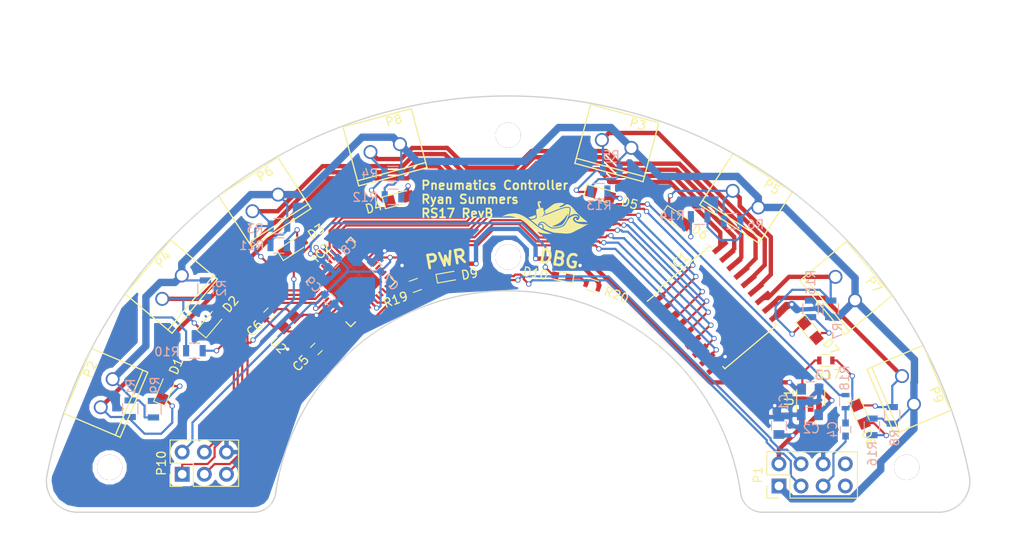
<source format=kicad_pcb>
(kicad_pcb (version 4) (host pcbnew 4.0.7)
  (layers (0 F.Cu signal) (31 B.Cu signal) (34 B.Paste user) (35 F.Paste user) (36 B.SilkS user) (37 F.SilkS user) (38 B.Mask user) (39 F.Mask user) (44 Edge.Cuts user))
  (net 0 "")
  (net 1 +5V)
  (net 2 GND)
  (net 3 "Net-(C2-Pad1)")
  (net 4 +3V3)
  (net 5 "Net-(C4-Pad1)")
  (net 6 /dtr)
  (net 7 "Net-(C5-Pad1)")
  (net 8 "Net-(C6-Pad1)")
  (net 9 "Net-(D1-Pad2)")
  (net 10 "Net-(D2-Pad2)")
  (net 11 "Net-(D3-Pad2)")
  (net 12 "Net-(D4-Pad2)")
  (net 13 "Net-(D5-Pad2)")
  (net 14 "Net-(D6-Pad2)")
  (net 15 "Net-(D7-Pad2)")
  (net 16 "Net-(D8-Pad2)")
  (net 17 "Net-(D9-Pad1)")
  (net 18 /Microcontroller/DBG_LED)
  (net 19 "Net-(D10-Pad1)")
  (net 20 /PC1)
  (net 21 /PC2)
  (net 22 /PC3)
  (net 23 /PC4)
  (net 24 /PC5)
  (net 25 /PC6)
  (net 26 /PC7)
  (net 27 /PC8)
  (net 28 +12V)
  (net 29 /PN8)
  (net 30 /PN7)
  (net 31 /PN6)
  (net 32 /PN5)
  (net 33 /PN4)
  (net 34 /PN3)
  (net 35 /PN2)
  (net 36 /PN1)
  (net 37 /Microcontroller/MOSI)
  (net 38 /Microcontroller/MISO)
  (net 39 /Microcontroller/SCK)
  (net 40 /Microcontroller/~RST)
  (net 41 /tx_cpu)
  (net 42 /rx_cpu)
  (module robosub_footprints:2.9mm-Mounting-Hole (layer F.Cu) (at 156.0068 71.8058)
    (fp_text reference REF** hide)
    (fp_text value 2.9mm-Mounting-Hole hide)
    (pad 1 thru_hole circle (at 0 0) (size 2.9 2.9) (drill 2.9) (layers *.Cu *.Mask))
  )
  (module robosub_footprints:2.9mm-Mounting-Hole (layer F.Cu) (at 156.0068 85.7758)
    (fp_text reference REF** hide)
    (fp_text value 2.9mm-Mounting-Hole hide)
    (pad 1 thru_hole circle (at 0 0) (size 2.9 2.9) (drill 2.9) (layers *.Cu *.Mask))
  )
  (module robosub_footprints:2.9mm-Mounting-Hole (layer F.Cu) (at 201.7268 109.9058)
    (fp_text reference REF** hide)
    (fp_text value 2.9mm-Mounting-Hole hide)
    (pad 1 thru_hole circle (at 0 0) (size 2.9 2.9) (drill 2.9) (layers *.Cu *.Mask))
  )
  (module Capacitors_SMD:C_0805 (layer B.Cu) (at 187.071 105.1306 90)
    (fp_text reference C1 (at 2.6924 0.5588 90) (layer B.SilkS) (effects (justify mirror)))
    (fp_text value 1u)
    (pad 1 smd rect (at -1 0 90) (size 1 1.25) (layers B.Cu B.Paste B.Mask) (net 1 +5V))
    (pad 2 smd rect (at 1 0 90) (size 1 1.25) (layers B.Cu B.Paste B.Mask) (net 2 GND))
  )
  (module Capacitors_SMD:C_0805 (layer B.Cu) (at 190.627 103.8606 180)
    (fp_text reference C2 (at -0.1524 -1.6256 180) (layer B.SilkS) (effects (justify mirror)))
    (fp_text value 100p)
    (pad 1 smd rect (at -1 0 180) (size 1 1.25) (layers B.Cu B.Paste B.Mask) (net 3 "Net-(C2-Pad1)"))
    (pad 2 smd rect (at 1 0 180) (size 1 1.25) (layers B.Cu B.Paste B.Mask) (net 2 GND))
  )
  (module Capacitors_SMD:C_0805 (layer B.Cu) (at 190.6778 100.9396)
    (fp_text reference C3 (at 1.4478 -1.6002) (layer B.SilkS) (effects (justify mirror)))
    (fp_text value 2.2u)
    (pad 1 smd rect (at -1 0) (size 1 1.25) (layers B.Cu B.Paste B.Mask) (net 4 +3V3))
    (pad 2 smd rect (at 1 0) (size 1 1.25) (layers B.Cu B.Paste B.Mask) (net 2 GND))
  )
  (module Capacitors_SMD:C_0603 (layer B.Cu) (at 194.7164 105.5624 270)
    (fp_text reference C4 (at 0 1.5 270) (layer B.SilkS) (effects (justify mirror)))
    (fp_text value 100nF)
    (pad 1 smd rect (at -0.75 0 270) (size 0.8 0.75) (layers B.Cu B.Paste B.Mask) (net 5 "Net-(C4-Pad1)"))
    (pad 2 smd rect (at 0.75 0 270) (size 0.8 0.75) (layers B.Cu B.Paste B.Mask) (net 6 /dtr))
  )
  (module Capacitors_SMD:C_0603 (layer F.Cu) (at 134.0104 96.3168 225)
    (fp_text reference C5 (at 2.433649 0.098783 225) (layer F.SilkS))
    (fp_text value 18p)
    (pad 1 smd rect (at -0.75 0 225) (size 0.8 0.75) (layers F.Cu F.Paste F.Mask) (net 7 "Net-(C5-Pad1)"))
    (pad 2 smd rect (at 0.75 0 225) (size 0.8 0.75) (layers F.Cu F.Paste F.Mask) (net 2 GND))
  )
  (module Capacitors_SMD:C_0603 (layer F.Cu) (at 128.651 92.2782 45)
    (fp_text reference C6 (at -2.406709 -0.035921 45) (layer F.SilkS))
    (fp_text value 18p)
    (pad 1 smd rect (at -0.75 0 45) (size 0.8 0.75) (layers F.Cu F.Paste F.Mask) (net 8 "Net-(C6-Pad1)"))
    (pad 2 smd rect (at 0.75 0 45) (size 0.8 0.75) (layers F.Cu F.Paste F.Mask) (net 2 GND))
  )
  (module Capacitors_SMD:C_0603 (layer B.Cu) (at 140.843 86.9188 135)
    (fp_text reference C7 (at -2.44263 -0.071842 135) (layer B.SilkS) (effects (justify mirror)))
    (fp_text value 100n)
    (pad 1 smd rect (at -0.75 0 135) (size 0.8 0.75) (layers B.Cu B.Paste B.Mask) (net 4 +3V3))
    (pad 2 smd rect (at 0.75 0 135) (size 0.8 0.75) (layers B.Cu B.Paste B.Mask) (net 2 GND))
  )
  (module Capacitors_SMD:C_0603 (layer B.Cu) (at 135.9408 86.4108 225)
    (fp_text reference C8 (at -2.550393 0 225) (layer B.SilkS) (effects (justify mirror)))
    (fp_text value 100n)
    (pad 1 smd rect (at -0.75 0 225) (size 0.8 0.75) (layers B.Cu B.Paste B.Mask) (net 4 +3V3))
    (pad 2 smd rect (at 0.75 0 225) (size 0.8 0.75) (layers B.Cu B.Paste B.Mask) (net 2 GND))
  )
  (module Capacitors_SMD:C_0603 (layer B.Cu) (at 135.51207 90.60487 315)
    (fp_text reference C9 (at -2.482892 0.143684 315) (layer B.SilkS) (effects (justify mirror)))
    (fp_text value 4.7u)
    (pad 1 smd rect (at -0.75 0 315) (size 0.8 0.75) (layers B.Cu B.Paste B.Mask) (net 4 +3V3))
    (pad 2 smd rect (at 0.75 0 315) (size 0.8 0.75) (layers B.Cu B.Paste B.Mask) (net 2 GND))
  )
  (module LEDs:LED_0805 (layer F.Cu) (at 116.6876 100.9396 67)
    (fp_text reference D1 (at 2.91791 0.113505 67) (layer F.SilkS))
    (fp_text value YLW)
    (pad 2 smd rect (at 1.1 0 247) (size 1.2 1.2) (layers F.Cu F.Paste F.Mask) (net 9 "Net-(D1-Pad2)"))
    (pad 1 smd rect (at -1.1 0 247) (size 1.2 1.2) (layers F.Cu F.Paste F.Mask) (net 36 /PN1))
  )
  (module LEDs:LED_0805 (layer F.Cu) (at 121.9708 93.218 50)
    (fp_text reference D2 (at 2.977034 0.386661 50) (layer F.SilkS))
    (fp_text value YLW)
    (pad 2 smd rect (at 1.1 0 230) (size 1.2 1.2) (layers F.Cu F.Paste F.Mask) (net 10 "Net-(D2-Pad2)"))
    (pad 1 smd rect (at -1.1 0 230) (size 1.2 1.2) (layers F.Cu F.Paste F.Mask) (net 35 /PN2))
  )
  (module LEDs:LED_0805 (layer F.Cu) (at 131.3434 84.6074 33)
    (fp_text reference D3 (at 3.156133 -0.009833 33) (layer F.SilkS))
    (fp_text value YLW)
    (pad 2 smd rect (at 1.1 0 213) (size 1.2 1.2) (layers F.Cu F.Paste F.Mask) (net 11 "Net-(D3-Pad2)"))
    (pad 1 smd rect (at -1.1 0 213) (size 1.2 1.2) (layers F.Cu F.Paste F.Mask) (net 34 /PN3))
  )
  (module LEDs:LED_0805 (layer F.Cu) (at 143.4846 79.0956 15)
    (fp_text reference D4 (at -3.053321 0.20741 15) (layer F.SilkS))
    (fp_text value YLW)
    (pad 2 smd rect (at 1.1 0 195) (size 1.2 1.2) (layers F.Cu F.Paste F.Mask) (net 12 "Net-(D4-Pad2)"))
    (pad 1 smd rect (at -1.1 0 195) (size 1.2 1.2) (layers F.Cu F.Paste F.Mask) (net 33 /PN4))
  )
  (module LEDs:LED_0805 (layer F.Cu) (at 166.5986 78.5876 345)
    (fp_text reference D5 (at 3.501516 0.113612 345) (layer F.SilkS))
    (fp_text value YLW)
    (pad 2 smd rect (at 1.1 0 165) (size 1.2 1.2) (layers F.Cu F.Paste F.Mask) (net 13 "Net-(D5-Pad2)"))
    (pad 1 smd rect (at -1.1 0 165) (size 1.2 1.2) (layers F.Cu F.Paste F.Mask) (net 32 /PN5))
  )
  (module LEDs:LED_0805 (layer F.Cu) (at 175.4124 81.4324 327)
    (fp_text reference D6 (at 2.989024 -0.154219 327) (layer F.SilkS))
    (fp_text value YLW)
    (pad 2 smd rect (at 1.1 0 147) (size 1.2 1.2) (layers F.Cu F.Paste F.Mask) (net 14 "Net-(D6-Pad2)"))
    (pad 1 smd rect (at -1.1 0 147) (size 1.2 1.2) (layers F.Cu F.Paste F.Mask) (net 31 /PN6))
  )
  (module LEDs:LED_0805 (layer F.Cu) (at 190.6778 94.2086 310)
    (fp_text reference D7 (at 2.95825 -0.601367 310) (layer F.SilkS))
    (fp_text value YLW)
    (pad 2 smd rect (at 1.1 0 130) (size 1.2 1.2) (layers F.Cu F.Paste F.Mask) (net 15 "Net-(D7-Pad2)"))
    (pad 1 smd rect (at -1.1 0 130) (size 1.2 1.2) (layers F.Cu F.Paste F.Mask) (net 30 /PN7))
  )
  (module LEDs:LED_0805 (layer F.Cu) (at 196.4182 103.8098 293)
    (fp_text reference D8 (at 2.915719 0.216688 293) (layer F.SilkS))
    (fp_text value YLW)
    (pad 2 smd rect (at 1.1 0 113) (size 1.2 1.2) (layers F.Cu F.Paste F.Mask) (net 16 "Net-(D8-Pad2)"))
    (pad 1 smd rect (at -1.1 0 113) (size 1.2 1.2) (layers F.Cu F.Paste F.Mask) (net 29 /PN8))
  )
  (module LEDs:LED_0603 (layer F.Cu) (at 149.098 88.0364 10)
    (fp_text reference D9 (at 2.504311 0.132076 10) (layer F.SilkS))
    (fp_text value LED)
    (pad 2 smd rect (at 0.8 0 190) (size 0.8 0.8) (layers F.Cu F.Paste F.Mask) (net 4 +3V3))
    (pad 1 smd rect (at -0.8 0 190) (size 0.8 0.8) (layers F.Cu F.Paste F.Mask) (net 17 "Net-(D9-Pad1)"))
  )
  (module LEDs:LED_0603 (layer F.Cu) (at 162.2044 88.011 170)
    (fp_text reference D10 (at 3.088457 -0.183493 170) (layer F.SilkS))
    (fp_text value LED)
    (pad 2 smd rect (at 0.8 0 350) (size 0.8 0.8) (layers F.Cu F.Paste F.Mask) (net 18 /Microcontroller/DBG_LED))
    (pad 1 smd rect (at -0.8 0 350) (size 0.8 0.8) (layers F.Cu F.Paste F.Mask) (net 19 "Net-(D10-Pad1)"))
  )
  (module Housings_SOIC:SOIC-18W_7.5x11.6mm_Pitch1.27mm (layer F.Cu) (at 180.0098 91.5416 40)
    (fp_text reference IC1 (at 0 -6.875 40) (layer F.SilkS))
    (fp_text value ULN2803A)
    (pad 1 smd rect (at -4.7 -5.08 40) (size 2 0.6) (layers F.Cu F.Paste F.Mask) (net 20 /PC1))
    (pad 2 smd rect (at -4.7 -3.81 40) (size 2 0.6) (layers F.Cu F.Paste F.Mask) (net 21 /PC2))
    (pad 3 smd rect (at -4.7 -2.54 40) (size 2 0.6) (layers F.Cu F.Paste F.Mask) (net 22 /PC3))
    (pad 4 smd rect (at -4.7 -1.27 40) (size 2 0.6) (layers F.Cu F.Paste F.Mask) (net 23 /PC4))
    (pad 5 smd rect (at -4.7 0 40) (size 2 0.6) (layers F.Cu F.Paste F.Mask) (net 24 /PC5))
    (pad 6 smd rect (at -4.7 1.27 40) (size 2 0.6) (layers F.Cu F.Paste F.Mask) (net 25 /PC6))
    (pad 7 smd rect (at -4.7 2.54 40) (size 2 0.6) (layers F.Cu F.Paste F.Mask) (net 26 /PC7))
    (pad 8 smd rect (at -4.7 3.81 40) (size 2 0.6) (layers F.Cu F.Paste F.Mask) (net 27 /PC8))
    (pad 9 smd rect (at -4.7 5.08 40) (size 2 0.6) (layers F.Cu F.Paste F.Mask) (net 2 GND))
    (pad 10 smd rect (at 4.7 5.08 40) (size 2 0.6) (layers F.Cu F.Paste F.Mask) (net 28 +12V))
    (pad 11 smd rect (at 4.7 3.81 40) (size 2 0.6) (layers F.Cu F.Paste F.Mask) (net 29 /PN8))
    (pad 12 smd rect (at 4.7 2.54 40) (size 2 0.6) (layers F.Cu F.Paste F.Mask) (net 30 /PN7))
    (pad 13 smd rect (at 4.7 1.27 40) (size 2 0.6) (layers F.Cu F.Paste F.Mask) (net 31 /PN6))
    (pad 14 smd rect (at 4.7 0 40) (size 2 0.6) (layers F.Cu F.Paste F.Mask) (net 32 /PN5))
    (pad 15 smd rect (at 4.7 -1.27 40) (size 2 0.6) (layers F.Cu F.Paste F.Mask) (net 33 /PN4))
    (pad 16 smd rect (at 4.7 -2.54 40) (size 2 0.6) (layers F.Cu F.Paste F.Mask) (net 34 /PN3))
    (pad 17 smd rect (at 4.7 -3.81 40) (size 2 0.6) (layers F.Cu F.Paste F.Mask) (net 35 /PN2))
    (pad 18 smd rect (at 4.7 -5.08 40) (size 2 0.6) (layers F.Cu F.Paste F.Mask) (net 36 /PN1))
  )
  (module Housings_DFN_QFN:QFN-44-1EP_7x7mm_Pitch0.5mm (layer F.Cu) (at 137.94655 88.63725 45)
    (fp_text reference IC2 (at 0 -4.75 45) (layer F.SilkS))
    (fp_text value ATMEGA1284P-M)
    (pad 1 smd rect (at -3.4 -2.5 45) (size 0.7 0.25) (layers F.Cu F.Paste F.Mask) (net 37 /Microcontroller/MOSI))
    (pad 2 smd rect (at -3.4 -2 45) (size 0.7 0.25) (layers F.Cu F.Paste F.Mask) (net 38 /Microcontroller/MISO))
    (pad 3 smd rect (at -3.4 -1.5 45) (size 0.7 0.25) (layers F.Cu F.Paste F.Mask) (net 39 /Microcontroller/SCK))
    (pad 4 smd rect (at -3.4 -1 45) (size 0.7 0.25) (layers F.Cu F.Paste F.Mask) (net 40 /Microcontroller/~RST))
    (pad 5 smd rect (at -3.4 -0.5 45) (size 0.7 0.25) (layers F.Cu F.Paste F.Mask) (net 4 +3V3))
    (pad 6 smd rect (at -3.4 0 45) (size 0.7 0.25) (layers F.Cu F.Paste F.Mask) (net 2 GND))
    (pad 7 smd rect (at -3.4 0.5 45) (size 0.7 0.25) (layers F.Cu F.Paste F.Mask) (net 8 "Net-(C6-Pad1)"))
    (pad 8 smd rect (at -3.4 1 45) (size 0.7 0.25) (layers F.Cu F.Paste F.Mask) (net 7 "Net-(C5-Pad1)"))
    (pad 9 smd rect (at -3.4 1.5 45) (size 0.7 0.25) (layers F.Cu F.Paste F.Mask) (net 41 /tx_cpu))
    (pad 10 smd rect (at -3.4 2 45) (size 0.7 0.25) (layers F.Cu F.Paste F.Mask) (net 42 /rx_cpu))
    (pad 11 smd rect (at -3.4 2.5 45) (size 0.7 0.25) (layers F.Cu F.Paste F.Mask))
    (pad 12 smd rect (at -2.5 3.4 135) (size 0.7 0.25) (layers F.Cu F.Paste F.Mask))
    (pad 13 smd rect (at -2 3.4 135) (size 0.7 0.25) (layers F.Cu F.Paste F.Mask))
    (pad 14 smd rect (at -1.5 3.4 135) (size 0.7 0.25) (layers F.Cu F.Paste F.Mask))
    (pad 15 smd rect (at -1 3.4 135) (size 0.7 0.25) (layers F.Cu F.Paste F.Mask))
    (pad 16 smd rect (at -0.5 3.4 135) (size 0.7 0.25) (layers F.Cu F.Paste F.Mask))
    (pad 17 smd rect (at 0 3.4 135) (size 0.7 0.25) (layers F.Cu F.Paste F.Mask) (net 4 +3V3))
    (pad 18 smd rect (at 0.5 3.4 135) (size 0.7 0.25) (layers F.Cu F.Paste F.Mask) (net 2 GND))
    (pad 19 smd rect (at 1 3.4 135) (size 0.7 0.25) (layers F.Cu F.Paste F.Mask))
    (pad 20 smd rect (at 1.5 3.4 135) (size 0.7 0.25) (layers F.Cu F.Paste F.Mask))
    (pad 21 smd rect (at 2 3.4 135) (size 0.7 0.25) (layers F.Cu F.Paste F.Mask))
    (pad 22 smd rect (at 2.5 3.4 135) (size 0.7 0.25) (layers F.Cu F.Paste F.Mask))
    (pad 23 smd rect (at 3.4 2.5 45) (size 0.7 0.25) (layers F.Cu F.Paste F.Mask))
    (pad 24 smd rect (at 3.4 2 45) (size 0.7 0.25) (layers F.Cu F.Paste F.Mask))
    (pad 25 smd rect (at 3.4 1.5 45) (size 0.7 0.25) (layers F.Cu F.Paste F.Mask))
    (pad 26 smd rect (at 3.4 1 45) (size 0.7 0.25) (layers F.Cu F.Paste F.Mask))
    (pad 27 smd rect (at 3.4 0.5 45) (size 0.7 0.25) (layers F.Cu F.Paste F.Mask) (net 4 +3V3))
    (pad 28 smd rect (at 3.4 0 45) (size 0.7 0.25) (layers F.Cu F.Paste F.Mask) (net 2 GND))
    (pad 29 smd rect (at 3.4 -0.5 45) (size 0.7 0.25) (layers F.Cu F.Paste F.Mask) (net 2 GND))
    (pad 30 smd rect (at 3.4 -1 45) (size 0.7 0.25) (layers F.Cu F.Paste F.Mask) (net 27 /PC8))
    (pad 31 smd rect (at 3.4 -1.5 45) (size 0.7 0.25) (layers F.Cu F.Paste F.Mask) (net 26 /PC7))
    (pad 32 smd rect (at 3.4 -2 45) (size 0.7 0.25) (layers F.Cu F.Paste F.Mask) (net 25 /PC6))
    (pad 33 smd rect (at 3.4 -2.5 45) (size 0.7 0.25) (layers F.Cu F.Paste F.Mask) (net 24 /PC5))
    (pad 34 smd rect (at 2.5 -3.4 135) (size 0.7 0.25) (layers F.Cu F.Paste F.Mask) (net 23 /PC4))
    (pad 35 smd rect (at 2 -3.4 135) (size 0.7 0.25) (layers F.Cu F.Paste F.Mask) (net 22 /PC3))
    (pad 36 smd rect (at 1.5 -3.4 135) (size 0.7 0.25) (layers F.Cu F.Paste F.Mask) (net 21 /PC2))
    (pad 37 smd rect (at 1 -3.4 135) (size 0.7 0.25) (layers F.Cu F.Paste F.Mask) (net 20 /PC1))
    (pad 38 smd rect (at 0.5 -3.4 135) (size 0.7 0.25) (layers F.Cu F.Paste F.Mask) (net 4 +3V3))
    (pad 39 smd rect (at 0 -3.4 135) (size 0.7 0.25) (layers F.Cu F.Paste F.Mask) (net 2 GND))
    (pad 40 smd rect (at -0.5 -3.4 135) (size 0.7 0.25) (layers F.Cu F.Paste F.Mask) (net 18 /Microcontroller/DBG_LED))
    (pad 41 smd rect (at -1 -3.4 135) (size 0.7 0.25) (layers F.Cu F.Paste F.Mask))
    (pad 42 smd rect (at -1.5 -3.4 135) (size 0.7 0.25) (layers F.Cu F.Paste F.Mask))
    (pad 43 smd rect (at -2 -3.4 135) (size 0.7 0.25) (layers F.Cu F.Paste F.Mask))
    (pad 44 smd rect (at -2.5 -3.4 135) (size 0.7 0.25) (layers F.Cu F.Paste F.Mask))
    (pad 45 smd rect (at 1.93125 1.93125 45) (size 1.2875 1.2875) (layers F.Cu F.Paste F.Mask))
    (pad 45 smd rect (at 1.93125 0.64375 45) (size 1.2875 1.2875) (layers F.Cu F.Paste F.Mask))
    (pad 45 smd rect (at 1.93125 -0.64375 45) (size 1.2875 1.2875) (layers F.Cu F.Paste F.Mask))
    (pad 45 smd rect (at 1.93125 -1.93125 45) (size 1.2875 1.2875) (layers F.Cu F.Paste F.Mask))
    (pad 45 smd rect (at 0.64375 1.93125 45) (size 1.2875 1.2875) (layers F.Cu F.Paste F.Mask))
    (pad 45 smd rect (at 0.64375 0.64375 45) (size 1.2875 1.2875) (layers F.Cu F.Paste F.Mask))
    (pad 45 smd rect (at 0.64375 -0.64375 45) (size 1.2875 1.2875) (layers F.Cu F.Paste F.Mask))
    (pad 45 smd rect (at 0.64375 -1.93125 45) (size 1.2875 1.2875) (layers F.Cu F.Paste F.Mask))
    (pad 45 smd rect (at -0.64375 1.93125 45) (size 1.2875 1.2875) (layers F.Cu F.Paste F.Mask))
    (pad 45 smd rect (at -0.64375 0.64375 45) (size 1.2875 1.2875) (layers F.Cu F.Paste F.Mask))
    (pad 45 smd rect (at -0.64375 -0.64375 45) (size 1.2875 1.2875) (layers F.Cu F.Paste F.Mask))
    (pad 45 smd rect (at -0.64375 -1.93125 45) (size 1.2875 1.2875) (layers F.Cu F.Paste F.Mask))
    (pad 45 smd rect (at -1.93125 1.93125 45) (size 1.2875 1.2875) (layers F.Cu F.Paste F.Mask))
    (pad 45 smd rect (at -1.93125 0.64375 45) (size 1.2875 1.2875) (layers F.Cu F.Paste F.Mask))
    (pad 45 smd rect (at -1.93125 -0.64375 45) (size 1.2875 1.2875) (layers F.Cu F.Paste F.Mask))
    (pad 45 smd rect (at -1.93125 -1.93125 45) (size 1.2875 1.2875) (layers F.Cu F.Paste F.Mask))
  )
  (module robosub_footprints:Screw-Terminal-2-3.5mm (layer F.Cu) (at 109.9566 101.3968 247)
    (fp_text reference P2 (at -1.778 2.794 247) (layer F.SilkS))
    (fp_text value CONN_01X02)
    (pad 2 thru_hole circle (at 1.75 0 247) (size 1.6 1.6) (drill 1.2) (layers *.Cu *.Mask) (net 36 /PN1))
    (pad 1 thru_hole circle (at -1.75 0 247) (size 1.6 1.6) (drill 1.2) (layers *.Cu *.Mask) (net 28 +12V))
  )
  (module robosub_footprints:Screw-Terminal-2-3.5mm (layer F.Cu) (at 168.4528 72.7964 165)
    (fp_text reference P3 (at -1.778 2.794 165) (layer F.SilkS))
    (fp_text value CONN_01X02)
    (pad 2 thru_hole circle (at 1.75 0 165) (size 1.6 1.6) (drill 1.2) (layers *.Cu *.Mask) (net 32 /PN5))
    (pad 1 thru_hole circle (at -1.75 0 165) (size 1.6 1.6) (drill 1.2) (layers *.Cu *.Mask) (net 28 +12V))
  )
  (module robosub_footprints:Screw-Terminal-2-3.5mm (layer F.Cu) (at 117.4496 89.2302 230)
    (fp_text reference P4 (at -1.778 2.794 230) (layer F.SilkS))
    (fp_text value CONN_01X02)
    (pad 2 thru_hole circle (at 1.75 0 230) (size 1.6 1.6) (drill 1.2) (layers *.Cu *.Mask) (net 35 /PN2))
    (pad 1 thru_hole circle (at -1.75 0 230) (size 1.6 1.6) (drill 1.2) (layers *.Cu *.Mask) (net 28 +12V))
  )
  (module robosub_footprints:Screw-Terminal-2-3.5mm (layer F.Cu) (at 183.241127 79.133082 147)
    (fp_text reference P5 (at -1.778 2.794 147) (layer F.SilkS))
    (fp_text value CONN_01X02)
    (pad 2 thru_hole circle (at 1.75 0 147) (size 1.6 1.6) (drill 1.2) (layers *.Cu *.Mask) (net 31 /PN6))
    (pad 1 thru_hole circle (at -1.75 0 147) (size 1.6 1.6) (drill 1.2) (layers *.Cu *.Mask) (net 28 +12V))
  )
  (module robosub_footprints:Screw-Terminal-2-3.5mm (layer F.Cu) (at 128.148527 79.566118 213)
    (fp_text reference P6 (at -1.778 2.794 213) (layer F.SilkS))
    (fp_text value CONN_01X02)
    (pad 2 thru_hole circle (at 1.75 0 213) (size 1.6 1.6) (drill 1.2) (layers *.Cu *.Mask) (net 34 /PN3))
    (pad 1 thru_hole circle (at -1.75 0 213) (size 1.6 1.6) (drill 1.2) (layers *.Cu *.Mask) (net 28 +12V))
  )
  (module robosub_footprints:Screw-Terminal-2-3.5mm (layer F.Cu) (at 194.683722 89.388222 130)
    (fp_text reference P7 (at -1.778 2.794 130) (layer F.SilkS))
    (fp_text value CONN_01X02)
    (pad 2 thru_hole circle (at 1.75 0 130) (size 1.6 1.6) (drill 1.2) (layers *.Cu *.Mask) (net 30 /PN7))
    (pad 1 thru_hole circle (at -1.75 0 130) (size 1.6 1.6) (drill 1.2) (layers *.Cu *.Mask) (net 28 +12V))
  )
  (module robosub_footprints:Screw-Terminal-2-3.5mm (layer F.Cu) (at 141.9098 73.279 195)
    (fp_text reference P8 (at -1.778 2.794 195) (layer F.SilkS))
    (fp_text value CONN_01X02)
    (pad 2 thru_hole circle (at 1.75 0 195) (size 1.6 1.6) (drill 1.2) (layers *.Cu *.Mask) (net 33 /PN4))
    (pad 1 thru_hole circle (at -1.75 0 195) (size 1.6 1.6) (drill 1.2) (layers *.Cu *.Mask) (net 28 +12V))
  )
  (module robosub_footprints:Screw-Terminal-2-3.5mm (layer F.Cu) (at 201.8792 101.0412 113)
    (fp_text reference P9 (at -1.778 2.794 113) (layer F.SilkS))
    (fp_text value CONN_01X02)
    (pad 2 thru_hole circle (at 1.75 0 113) (size 1.6 1.6) (drill 1.2) (layers *.Cu *.Mask) (net 29 /PN8))
    (pad 1 thru_hole circle (at -1.75 0 113) (size 1.6 1.6) (drill 1.2) (layers *.Cu *.Mask) (net 28 +12V))
  )
  (module Pin_Headers:Pin_Header_Straight_2x03_Pitch2.54mm (layer F.Cu) (at 118.618 110.6932 90)
    (fp_text reference P10 (at 1.27 -2.39 90) (layer F.SilkS))
    (fp_text value CONN_02x03)
    (pad 1 thru_hole rect (at 0 0 90) (size 1.7 1.7) (drill 1) (layers *.Cu *.Mask) (net 38 /Microcontroller/MISO))
    (pad 2 thru_hole oval (at 2.54 0 90) (size 1.7 1.7) (drill 1) (layers *.Cu *.Mask) (net 4 +3V3))
    (pad 3 thru_hole oval (at 0 2.54 90) (size 1.7 1.7) (drill 1) (layers *.Cu *.Mask) (net 39 /Microcontroller/SCK))
    (pad 4 thru_hole oval (at 2.54 2.54 90) (size 1.7 1.7) (drill 1) (layers *.Cu *.Mask) (net 37 /Microcontroller/MOSI))
    (pad 5 thru_hole oval (at 0 5.08 90) (size 1.7 1.7) (drill 1) (layers *.Cu *.Mask) (net 40 /Microcontroller/~RST))
    (pad 6 thru_hole oval (at 2.54 5.08 90) (size 1.7 1.7) (drill 1) (layers *.Cu *.Mask) (net 2 GND))
  )
  (module Resistors_SMD:R_0805 (layer B.Cu) (at 112.649 103.1748 270)
    (fp_text reference R1 (at -2.4892 -0.0508 270) (layer B.SilkS) (effects (justify mirror)))
    (fp_text value R)
    (pad 1 smd rect (at -0.95 0 270) (size 0.7 1.3) (layers B.Cu B.Paste B.Mask) (net 28 +12V))
    (pad 2 smd rect (at 0.95 0 270) (size 0.7 1.3) (layers B.Cu B.Paste B.Mask) (net 36 /PN1))
  )
  (module Resistors_SMD:R_0805 (layer B.Cu) (at 121.285 89.408 270)
    (fp_text reference R2 (at -0.0762 -1.8288 270) (layer B.SilkS) (effects (justify mirror)))
    (fp_text value R)
    (pad 1 smd rect (at -0.95 0 270) (size 0.7 1.3) (layers B.Cu B.Paste B.Mask) (net 28 +12V))
    (pad 2 smd rect (at 0.95 0 270) (size 0.7 1.3) (layers B.Cu B.Paste B.Mask) (net 35 /PN2))
  )
  (module Resistors_SMD:R_0805 (layer B.Cu) (at 129.7178 82.2198 180)
    (fp_text reference R3 (at 2.7432 -0.3048 180) (layer B.SilkS) (effects (justify mirror)))
    (fp_text value R)
    (pad 1 smd rect (at -0.95 0 180) (size 0.7 1.3) (layers B.Cu B.Paste B.Mask) (net 28 +12V))
    (pad 2 smd rect (at 0.95 0 180) (size 0.7 1.3) (layers B.Cu B.Paste B.Mask) (net 34 /PN3))
  )
  (module Resistors_SMD:R_0805 (layer B.Cu) (at 142.7988 76.2508 180)
    (fp_text reference R4 (at 2.667 0.0508 180) (layer B.SilkS) (effects (justify mirror)))
    (fp_text value R)
    (pad 1 smd rect (at -0.95 0 180) (size 0.7 1.3) (layers B.Cu B.Paste B.Mask) (net 28 +12V))
    (pad 2 smd rect (at 0.95 0 180) (size 0.7 1.3) (layers B.Cu B.Paste B.Mask) (net 33 /PN4))
  )
  (module Resistors_SMD:R_0805 (layer B.Cu) (at 167.8432 75.7682 180)
    (fp_text reference R5 (at 0 1.65 180) (layer B.SilkS) (effects (justify mirror)))
    (fp_text value R)
    (pad 1 smd rect (at -0.95 0 180) (size 0.7 1.3) (layers B.Cu B.Paste B.Mask) (net 28 +12V))
    (pad 2 smd rect (at 0.95 0 180) (size 0.7 1.3) (layers B.Cu B.Paste B.Mask) (net 32 /PN5))
  )
  (module Resistors_SMD:R_0805 (layer B.Cu) (at 181.6862 81.661 180)
    (fp_text reference R6 (at -2.7178 -0.381 180) (layer B.SilkS) (effects (justify mirror)))
    (fp_text value R)
    (pad 1 smd rect (at -0.95 0 180) (size 0.7 1.3) (layers B.Cu B.Paste B.Mask) (net 28 +12V))
    (pad 2 smd rect (at 0.95 0 180) (size 0.7 1.3) (layers B.Cu B.Paste B.Mask) (net 31 /PN6))
  )
  (module Resistors_SMD:R_0805 (layer B.Cu) (at 193.0146 91.7194 90)
    (fp_text reference R7 (at -2.54 0.7874 90) (layer B.SilkS) (effects (justify mirror)))
    (fp_text value R)
    (pad 1 smd rect (at -0.95 0 90) (size 0.7 1.3) (layers B.Cu B.Paste B.Mask) (net 28 +12V))
    (pad 2 smd rect (at 0.95 0 90) (size 0.7 1.3) (layers B.Cu B.Paste B.Mask) (net 30 /PN7))
  )
  (module Resistors_SMD:R_0805 (layer B.Cu) (at 200.0758 103.9368 90)
    (fp_text reference R8 (at -2.5654 0.2794 90) (layer B.SilkS) (effects (justify mirror)))
    (fp_text value R)
    (pad 1 smd rect (at -0.95 0 90) (size 0.7 1.3) (layers B.Cu B.Paste B.Mask) (net 28 +12V))
    (pad 2 smd rect (at 0.95 0 90) (size 0.7 1.3) (layers B.Cu B.Paste B.Mask) (net 29 /PN8))
  )
  (module Resistors_SMD:R_0805 (layer B.Cu) (at 115.316 103.2256 90)
    (fp_text reference R9 (at 2.7686 0.1778 90) (layer B.SilkS) (effects (justify mirror)))
    (fp_text value R)
    (pad 1 smd rect (at -0.95 0 90) (size 0.7 1.3) (layers B.Cu B.Paste B.Mask) (net 28 +12V))
    (pad 2 smd rect (at 0.95 0 90) (size 0.7 1.3) (layers B.Cu B.Paste B.Mask) (net 9 "Net-(D1-Pad2)"))
  )
  (module Resistors_SMD:R_0805 (layer B.Cu) (at 120.015 96.52)
    (fp_text reference R10 (at -3.1496 0.127) (layer B.SilkS) (effects (justify mirror)))
    (fp_text value R)
    (pad 1 smd rect (at -0.95 0) (size 0.7 1.3) (layers B.Cu B.Paste B.Mask) (net 28 +12V))
    (pad 2 smd rect (at 0.95 0) (size 0.7 1.3) (layers B.Cu B.Paste B.Mask) (net 10 "Net-(D2-Pad2)"))
  )
  (module Resistors_SMD:R_0805 (layer B.Cu) (at 129.6924 84.455)
    (fp_text reference R11 (at -3.0988 0) (layer B.SilkS) (effects (justify mirror)))
    (fp_text value R)
    (pad 1 smd rect (at -0.95 0) (size 0.7 1.3) (layers B.Cu B.Paste B.Mask) (net 28 +12V))
    (pad 2 smd rect (at 0.95 0) (size 0.7 1.3) (layers B.Cu B.Paste B.Mask) (net 11 "Net-(D3-Pad2)"))
  )
  (module Resistors_SMD:R_0805 (layer B.Cu) (at 142.7988 78.867)
    (fp_text reference R12 (at -3.2004 0.0508) (layer B.SilkS) (effects (justify mirror)))
    (fp_text value R)
    (pad 1 smd rect (at -0.95 0) (size 0.7 1.3) (layers B.Cu B.Paste B.Mask) (net 28 +12V))
    (pad 2 smd rect (at 0.95 0) (size 0.7 1.3) (layers B.Cu B.Paste B.Mask) (net 12 "Net-(D4-Pad2)"))
  )
  (module Resistors_SMD:R_0805 (layer B.Cu) (at 166.4462 78.2066)
    (fp_text reference R13 (at 0 1.65) (layer B.SilkS) (effects (justify mirror)))
    (fp_text value R)
    (pad 1 smd rect (at -0.95 0) (size 0.7 1.3) (layers B.Cu B.Paste B.Mask) (net 28 +12V))
    (pad 2 smd rect (at 0.95 0) (size 0.7 1.3) (layers B.Cu B.Paste B.Mask) (net 13 "Net-(D5-Pad2)"))
  )
  (module Resistors_SMD:R_0805 (layer B.Cu) (at 177.927 81.153 180)
    (fp_text reference R14 (at 3.1242 0.1524 180) (layer B.SilkS) (effects (justify mirror)))
    (fp_text value R)
    (pad 1 smd rect (at -0.95 0 180) (size 0.7 1.3) (layers B.Cu B.Paste B.Mask) (net 28 +12V))
    (pad 2 smd rect (at 0.95 0 180) (size 0.7 1.3) (layers B.Cu B.Paste B.Mask) (net 14 "Net-(D6-Pad2)"))
  )
  (module Resistors_SMD:R_0805 (layer B.Cu) (at 190.7032 91.7194 270)
    (fp_text reference R15 (at -3.048 -0.0254 270) (layer B.SilkS) (effects (justify mirror)))
    (fp_text value R)
    (pad 1 smd rect (at -0.95 0 270) (size 0.7 1.3) (layers B.Cu B.Paste B.Mask) (net 28 +12V))
    (pad 2 smd rect (at 0.95 0 270) (size 0.7 1.3) (layers B.Cu B.Paste B.Mask) (net 15 "Net-(D7-Pad2)"))
  )
  (module Resistors_SMD:R_0805 (layer B.Cu) (at 197.739 105.2576 270)
    (fp_text reference R16 (at 3.0734 -0.0508 270) (layer B.SilkS) (effects (justify mirror)))
    (fp_text value R)
    (pad 1 smd rect (at -0.95 0 270) (size 0.7 1.3) (layers B.Cu B.Paste B.Mask) (net 28 +12V))
    (pad 2 smd rect (at 0.95 0 270) (size 0.7 1.3) (layers B.Cu B.Paste B.Mask) (net 16 "Net-(D8-Pad2)"))
  )
  (module Resistors_SMD:R_0603 (layer F.Cu) (at 192.4558 97.6376)
    (fp_text reference R17 (at 0.2667 1.5875) (layer F.SilkS))
    (fp_text value 10k)
    (pad 1 smd rect (at -0.75 0) (size 0.5 0.9) (layers F.Cu F.Paste F.Mask) (net 4 +3V3))
    (pad 2 smd rect (at 0.75 0) (size 0.5 0.9) (layers F.Cu F.Paste F.Mask) (net 5 "Net-(C4-Pad1)"))
  )
  (module Resistors_SMD:R_0603 (layer B.Cu) (at 194.7164 102.362 270)
    (fp_text reference R18 (at -2.7178 0.1016 270) (layer B.SilkS) (effects (justify mirror)))
    (fp_text value 1k)
    (pad 1 smd rect (at -0.75 0 270) (size 0.5 0.9) (layers B.Cu B.Paste B.Mask) (net 40 /Microcontroller/~RST))
    (pad 2 smd rect (at 0.75 0 270) (size 0.5 0.9) (layers B.Cu B.Paste B.Mask) (net 5 "Net-(C4-Pad1)"))
  )
  (module Resistors_SMD:R_0603 (layer F.Cu) (at 145.3642 89.027 200)
    (fp_text reference R19 (at 2.688944 -0.778262 200) (layer F.SilkS))
    (fp_text value 65)
    (pad 1 smd rect (at -0.75 0 200) (size 0.5 0.9) (layers F.Cu F.Paste F.Mask) (net 17 "Net-(D9-Pad1)"))
    (pad 2 smd rect (at 0.75 0 200) (size 0.5 0.9) (layers F.Cu F.Paste F.Mask) (net 2 GND))
  )
  (module Resistors_SMD:R_0603 (layer F.Cu) (at 165.6842 89.027 340)
    (fp_text reference R20 (at 2.951319 0.088103 340) (layer F.SilkS))
    (fp_text value 65)
    (pad 1 smd rect (at -0.75 0 340) (size 0.5 0.9) (layers F.Cu F.Paste F.Mask) (net 19 "Net-(D10-Pad1)"))
    (pad 2 smd rect (at 0.75 0 340) (size 0.5 0.9) (layers F.Cu F.Paste F.Mask) (net 2 GND))
  )
  (module TO_SOT_Packages_SMD:SOT-23-5 (layer F.Cu) (at 190.7134 101.897 90)
    (fp_text reference U1 (at 0 -2.474 90) (layer F.SilkS))
    (fp_text value AP2210)
    (pad 1 smd rect (at -1.1 -0.95 90) (size 1.06 0.65) (layers F.Cu F.Paste F.Mask) (net 1 +5V))
    (pad 2 smd rect (at -1.1 0 90) (size 1.06 0.65) (layers F.Cu F.Paste F.Mask) (net 2 GND))
    (pad 3 smd rect (at -1.1 0.95 90) (size 1.06 0.65) (layers F.Cu F.Paste F.Mask) (net 1 +5V))
    (pad 4 smd rect (at 1.1 0.95 90) (size 1.06 0.65) (layers F.Cu F.Paste F.Mask) (net 3 "Net-(C2-Pad1)"))
    (pad 5 smd rect (at 1.1 -0.95 90) (size 1.06 0.65) (layers F.Cu F.Paste F.Mask) (net 4 +3V3))
  )
  (module robosub_footprints:DFN-4 (layer F.Cu) (at 131.5974 93.9292 315)
    (fp_text reference U2 (at 0 2.794 315) (layer F.SilkS))
    (fp_text value TSX-3225)
    (pad 2 smd rect (at 1.1 0.85 315) (size 1.4 1.2) (layers F.Cu F.Paste F.Mask) (net 2 GND))
    (pad 1 smd rect (at -1.1 0.85 315) (size 1.4 1.2) (layers F.Cu F.Paste F.Mask) (net 8 "Net-(C6-Pad1)"))
    (pad 4 smd rect (at -1.1 -0.85 315) (size 1.4 1.2) (layers F.Cu F.Paste F.Mask) (net 2 GND))
    (pad 3 smd rect (at 1.1 -0.85 315) (size 1.4 1.2) (layers F.Cu F.Paste F.Mask) (net 7 "Net-(C5-Pad1)"))
  )
  (module Pin_Headers:Pin_Header_Straight_2x04_Pitch2.54mm (layer F.Cu) (at 187.071 112.0394 90)
    (fp_text reference P1 (at 1.27 -2.39 90) (layer F.SilkS))
    (fp_text value CONN_01X06)
    (pad 1 thru_hole rect (at 0 0 90) (size 1.7 1.7) (drill 1) (layers *.Cu *.Mask) (net 28 +12V))
    (pad 2 thru_hole oval (at 2.54 0 90) (size 1.7 1.7) (drill 1) (layers *.Cu *.Mask) (net 1 +5V))
    (pad 3 thru_hole oval (at 0 2.54 90) (size 1.7 1.7) (drill 1) (layers *.Cu *.Mask) (net 42 /rx_cpu))
    (pad 4 thru_hole oval (at 2.54 2.54 90) (size 1.7 1.7) (drill 1) (layers *.Cu *.Mask) (net 41 /tx_cpu))
    (pad 5 thru_hole oval (at 0 5.08 90) (size 1.7 1.7) (drill 1) (layers *.Cu *.Mask) (net 6 /dtr))
    (pad 6 thru_hole oval (at 2.54 5.08 90) (size 1.7 1.7) (drill 1) (layers *.Cu *.Mask) (net 2 GND))
    (pad 7 thru_hole oval (at 0 7.62 90) (size 1.7 1.7) (drill 1) (layers *.Cu *.Mask))
    (pad 8 thru_hole oval (at 2.54 7.62 90) (size 1.7 1.7) (drill 1) (layers *.Cu *.Mask))
  )
  (module robosub_footprints:robosub_logo-medium (layer F.Cu) (at 160.3502 81.3562)
    (fp_text reference G*** hide)
    (fp_text value LOGO hide)
  )
  (module robosub_footprints:2.9mm-Mounting-Hole (layer F.Cu) (at 110.2868 109.9058)
    (fp_text reference REF** hide)
    (fp_text value 2.9mm-Mounting-Hole hide)
    (pad 1 thru_hole circle (at 0 0) (size 2.9 2.9) (drill 2.9) (layers *.Cu *.Mask))
  )
  (gr_text DBG (at 161.8361 85.9917 350) (layer F.SilkS) (effects (font (size 1.5 1.5) (thickness 0.3))))
  (gr_text PWR (at 148.8694 86.0171 10) (layer F.SilkS) (effects (font (size 1.5 1.5) (thickness 0.3))))
  (gr_text "Pneumatics Controller\nRyan Summers\nRS17 RevB" (at 145.923 79.1464) (layer F.SilkS) (effects (font (size 1 1) (thickness 0.2)) (justify left)))
  (gr_arc (start 106.59417 111.4933) (end 103.113028 110.766986) (angle -101.8) (layer Edge.Cuts) (width 0.15))
  (gr_arc (start 156.0068 121.212769) (end 208.908572 110.806986) (angle -157.7) (layer Edge.Cuts) (width 0.15))
  (gr_arc (start 205.41943 111.4933) (end 205.41943 115.0493) (angle -101.1) (layer Edge.Cuts) (width 0.15))
  (gr_arc (start 126.824422 112.5093) (end 126.824422 115.0493) (angle -82.5) (layer Edge.Cuts) (width 0.15))
  (gr_line (start 106.59417 115.0493) (end 126.824422 115.0493) (layer Edge.Cuts) (width 0.15))
  (gr_line (start 185.189178 115.0493) (end 205.41943 115.0493) (layer Edge.Cuts) (width 0.15))
  (gr_arc (start 185.189178 112.5093) (end 182.673456 112.859645) (angle -82) (layer Edge.Cuts) (width 0.15))
  (gr_arc (start 156.0068 116.5733) (end 182.673456 112.859645) (angle -164.1) (layer Edge.Cuts) (width 0.15))
  (segment (start 121.285 92.5424) (end 121.351 92.6084) (width 0.25) (layer B.Cu) (net 0))
  (segment (start 191.6634 102.997) (end 191.6634 103.712002) (width 0.5) (layer F.Cu) (net 1))
  (segment (start 191.6634 103.712002) (end 190.219402 105.156) (width 0.5) (layer F.Cu) (net 1))
  (segment (start 190.219402 105.156) (end 189.7634 105.156) (width 0.5) (layer F.Cu) (net 1))
  (segment (start 189.7634 105.156) (end 189.7634 102.997) (width 0.5) (layer F.Cu) (net 1))
  (segment (start 188.6712 106.2482) (end 189.7634 105.156) (width 0.5) (layer F.Cu) (net 1))
  (segment (start 188.6712 106.2482) (end 187.1886 106.2482) (width 0.5) (layer B.Cu) (net 1))
  (segment (start 187.1886 106.2482) (end 187.071 106.1306) (width 0.5) (layer B.Cu) (net 1))
  (segment (start 187.071 107.8484) (end 188.6712 106.2482) (width 0.5) (layer F.Cu) (net 1))
  (via (at 188.6712 106.2482) (size 0.6) (drill 0.4) (layers F.Cu B.Cu) (net 1))
  (segment (start 187.071 109.4994) (end 187.071 107.8484) (width 0.5) (layer F.Cu) (net 1))
  (segment (start 192.151 109.4994) (end 192.151 107.696) (width 0.25) (layer B.Cu) (net 2))
  (segment (start 191.77 107.315) (end 192.405 107.95) (width 0.25) (layer B.Cu) (net 2))
  (segment (start 192.151 107.696) (end 191.77 107.315) (width 0.25) (layer B.Cu) (net 2))
  (segment (start 143.4084 85.4456) (end 143.0274 85.0646) (width 0.25) (layer B.Cu) (net 2))
  (segment (start 143.0274 85.0646) (end 141.8336 85.0646) (width 0.25) (layer B.Cu) (net 2))
  (segment (start 143.4084 85.8774) (end 143.4084 85.4456) (width 0.25) (layer B.Cu) (net 2))
  (segment (start 143.8402 86.741) (end 143.8402 86.3092) (width 0.25) (layer B.Cu) (net 2))
  (segment (start 143.8402 86.3092) (end 143.4084 85.8774) (width 0.25) (layer B.Cu) (net 2))
  (segment (start 144.659431 89.283515) (end 144.659431 87.560231) (width 0.25) (layer F.Cu) (net 2))
  (segment (start 144.659431 87.560231) (end 143.8402 86.741) (width 0.25) (layer F.Cu) (net 2))
  (via (at 143.8402 86.741) (size 0.6) (drill 0.4) (layers F.Cu B.Cu) (net 2))
  (segment (start 166.388969 89.283515) (end 166.388969 88.704635) (width 0.5) (layer F.Cu) (net 2))
  (segment (start 166.388969 88.704635) (end 164.425334 86.741) (width 0.5) (layer F.Cu) (net 2))
  (segment (start 164.425334 86.741) (end 164.2618 86.741) (width 0.5) (layer F.Cu) (net 2))
  (via (at 164.2618 86.741) (size 0.6) (drill 0.4) (layers F.Cu B.Cu) (net 2))
  (segment (start 180.8988 97.2058) (end 186.5122 102.8192) (width 0.5) (layer B.Cu) (net 2))
  (segment (start 186.5122 102.8192) (end 186.5884 102.8192) (width 0.5) (layer B.Cu) (net 2))
  (segment (start 179.674752 98.454208) (end 179.674752 98.429848) (width 0.5) (layer F.Cu) (net 2))
  (segment (start 179.674752 98.429848) (end 180.8988 97.2058) (width 0.5) (layer F.Cu) (net 2))
  (via (at 180.8988 97.2058) (size 0.6) (drill 0.4) (layers F.Cu B.Cu) (net 2))
  (segment (start 189.627 103.8606) (end 189.627 102.9904) (width 0.5) (layer B.Cu) (net 2))
  (segment (start 189.627 102.9904) (end 191.6778 100.9396) (width 0.5) (layer B.Cu) (net 2))
  (segment (start 189.627 103.8606) (end 187.341 103.8606) (width 0.5) (layer B.Cu) (net 2))
  (segment (start 187.341 103.8606) (end 187.071 104.1306) (width 0.5) (layer B.Cu) (net 2))
  (segment (start 186.5884 102.8192) (end 186.5884 103.648) (width 0.5) (layer B.Cu) (net 2))
  (segment (start 186.5884 103.648) (end 187.071 104.1306) (width 0.5) (layer B.Cu) (net 2))
  (segment (start 190.7134 102.997) (end 190.7134 102.281998) (width 0.5) (layer F.Cu) (net 2))
  (segment (start 190.7134 102.281998) (end 190.448401 102.016999) (width 0.5) (layer F.Cu) (net 2))
  (segment (start 190.448401 102.016999) (end 187.390601 102.016999) (width 0.5) (layer F.Cu) (net 2))
  (segment (start 187.390601 102.016999) (end 186.5884 102.8192) (width 0.5) (layer F.Cu) (net 2))
  (via (at 186.5884 102.8192) (size 0.6) (drill 0.4) (layers F.Cu B.Cu) (net 2))
  (segment (start 130.7084 96.3422) (end 130.740035 96.3422) (width 0.25) (layer F.Cu) (net 2))
  (segment (start 130.740035 96.3422) (end 131.774177 95.308058) (width 0.25) (layer F.Cu) (net 2))
  (segment (start 134.012883 92.454246) (end 134.012883 93.037717) (width 0.25) (layer B.Cu) (net 2))
  (segment (start 134.012883 93.037717) (end 130.7084 96.3422) (width 0.25) (layer B.Cu) (net 2))
  (via (at 130.7084 96.3422) (size 0.6) (drill 0.4) (layers F.Cu B.Cu) (net 2))
  (segment (start 134.012883 92.454246) (end 133.963837 92.4052) (width 0.25) (layer F.Cu) (net 2))
  (segment (start 133.963837 92.4052) (end 132.514293 92.4052) (width 0.25) (layer F.Cu) (net 2))
  (segment (start 132.514293 92.4052) (end 132.369151 92.550342) (width 0.25) (layer F.Cu) (net 2))
  (segment (start 132.369151 92.550342) (end 131.420623 92.550342) (width 0.25) (layer F.Cu) (net 2))
  (segment (start 139.99716 85.879534) (end 140.812094 85.0646) (width 0.25) (layer F.Cu) (net 2))
  (segment (start 140.812094 85.0646) (end 141.8336 85.0646) (width 0.25) (layer F.Cu) (net 2))
  (segment (start 133.985 84.6836) (end 133.985 85.51566) (width 0.25) (layer B.Cu) (net 2))
  (segment (start 133.985 85.51566) (end 135.41047 86.94113) (width 0.25) (layer B.Cu) (net 2))
  (segment (start 135.542387 86.233087) (end 135.534487 86.233087) (width 0.25) (layer F.Cu) (net 2))
  (segment (start 135.534487 86.233087) (end 133.985 84.6836) (width 0.25) (layer F.Cu) (net 2))
  (via (at 133.985 84.6836) (size 0.6) (drill 0.4) (layers F.Cu B.Cu) (net 2))
  (segment (start 189.357 104.1306) (end 189.627 103.8606) (width 0.25) (layer B.Cu) (net 2))
  (segment (start 143.504663 89.283515) (end 141.782121 91.006057) (width 0.25) (layer F.Cu) (net 2))
  (segment (start 144.659431 89.283515) (end 143.504663 89.283515) (width 0.25) (layer F.Cu) (net 2))
  (segment (start 141.782121 91.006057) (end 141.022463 91.006057) (width 0.25) (layer F.Cu) (net 2))
  (segment (start 141.022463 91.006057) (end 140.704266 90.68786) (width 0.25) (layer F.Cu) (net 2))
  (segment (start 141.8336 85.0646) (end 141.5192 85.0646) (width 0.25) (layer F.Cu) (net 2))
  (segment (start 141.5192 85.0646) (end 140.350713 86.233087) (width 0.25) (layer F.Cu) (net 2))
  (segment (start 140.31267 86.38847) (end 140.50973 86.38847) (width 0.25) (layer B.Cu) (net 2))
  (segment (start 140.50973 86.38847) (end 141.8336 85.0646) (width 0.25) (layer B.Cu) (net 2))
  (via (at 141.8336 85.0646) (size 0.6) (drill 0.4) (layers F.Cu B.Cu) (net 2))
  (segment (start 136.0424 91.1352) (end 134.723354 92.454246) (width 0.25) (layer B.Cu) (net 2))
  (segment (start 134.437147 92.454246) (end 134.012883 92.454246) (width 0.25) (layer B.Cu) (net 2))
  (segment (start 134.723354 92.454246) (end 134.437147 92.454246) (width 0.25) (layer B.Cu) (net 2))
  (segment (start 135.542387 91.041413) (end 134.129554 92.454246) (width 0.25) (layer F.Cu) (net 2))
  (via (at 134.012883 92.454246) (size 0.6) (drill 0.4) (layers F.Cu B.Cu) (net 2))
  (segment (start 134.129554 92.454246) (end 134.012883 92.454246) (width 0.25) (layer F.Cu) (net 2))
  (segment (start 131.774177 95.308058) (end 131.940998 95.308058) (width 0.25) (layer F.Cu) (net 2))
  (segment (start 131.940998 95.308058) (end 133.48007 96.84713) (width 0.25) (layer F.Cu) (net 2))
  (segment (start 131.420623 92.550342) (end 130.618151 91.74787) (width 0.25) (layer F.Cu) (net 2))
  (segment (start 130.618151 91.74787) (end 129.18133 91.74787) (width 0.25) (layer F.Cu) (net 2))
  (segment (start 193.1416 102.235) (end 193.1014 102.235) (width 0.5) (layer F.Cu) (net 3))
  (segment (start 193.1014 102.235) (end 191.6634 100.797) (width 0.5) (layer F.Cu) (net 3))
  (segment (start 191.627 103.8606) (end 191.627 103.7496) (width 0.5) (layer B.Cu) (net 3))
  (segment (start 191.627 103.7496) (end 193.1416 102.235) (width 0.5) (layer B.Cu) (net 3))
  (via (at 193.1416 102.235) (size 0.6) (drill 0.4) (layers F.Cu B.Cu) (net 3))
  (segment (start 189.6778 100.9396) (end 189.081 100.9396) (width 0.5) (layer B.Cu) (net 4))
  (segment (start 189.081 100.9396) (end 188.2936 100.1522) (width 0.5) (layer B.Cu) (net 4))
  (via (at 188.2936 100.1522) (size 0.6) (drill 0.4) (layers F.Cu B.Cu) (net 4))
  (segment (start 141.0462 91.7194) (end 141.37333 91.39227) (width 0.25) (layer B.Cu) (net 4))
  (segment (start 141.37333 91.39227) (end 141.37333 87.44913) (width 0.25) (layer B.Cu) (net 4))
  (segment (start 140.350713 91.041413) (end 140.368213 91.041413) (width 0.25) (layer F.Cu) (net 4))
  (segment (start 140.368213 91.041413) (end 141.0462 91.7194) (width 0.25) (layer F.Cu) (net 4))
  (via (at 140.918376 91.622329) (size 0.6) (drill 0.4) (layers F.Cu B.Cu) (net 4))
  (segment (start 152.3238 86.5378) (end 151.245527 86.5378) (width 0.5) (layer F.Cu) (net 4))
  (segment (start 151.245527 86.5378) (end 149.885846 87.897481) (width 0.5) (layer F.Cu) (net 4))
  (segment (start 153.8732 82.55) (end 152.3238 84.0994) (width 0.5) (layer B.Cu) (net 4))
  (segment (start 152.3238 84.0994) (end 152.3238 86.5378) (width 0.5) (layer B.Cu) (net 4))
  (via (at 152.3238 86.5378) (size 0.6) (drill 0.4) (layers F.Cu B.Cu) (net 4))
  (segment (start 157.226 82.55) (end 153.8732 82.55) (width 0.5) (layer B.Cu) (net 4))
  (segment (start 159.1564 84.4804) (end 157.226 82.55) (width 0.5) (layer B.Cu) (net 4))
  (segment (start 159.1564 85.9536) (end 159.1564 84.4804) (width 0.5) (layer B.Cu) (net 4))
  (segment (start 179.1716 100.1522) (end 164.973 85.9536) (width 0.5) (layer F.Cu) (net 4))
  (segment (start 164.973 85.9536) (end 159.1564 85.9536) (width 0.5) (layer F.Cu) (net 4))
  (via (at 159.1564 85.9536) (size 0.6) (drill 0.4) (layers F.Cu B.Cu) (net 4))
  (segment (start 188.2936 100.1522) (end 179.1716 100.1522) (width 0.5) (layer F.Cu) (net 4))
  (segment (start 189.7634 100.797) (end 188.9384 100.797) (width 0.5) (layer F.Cu) (net 4))
  (segment (start 188.9384 100.797) (end 188.2936 100.1522) (width 0.5) (layer F.Cu) (net 4))
  (segment (start 189.7634 100.797) (end 189.7634 99.08) (width 0.25) (layer F.Cu) (net 4))
  (segment (start 189.7634 99.08) (end 191.2058 97.6376) (width 0.25) (layer F.Cu) (net 4))
  (segment (start 191.2058 97.6376) (end 191.7058 97.6376) (width 0.25) (layer F.Cu) (net 4))
  (segment (start 137.60715 87.44913) (end 137.60715 87.01649) (width 0.25) (layer B.Cu) (net 4))
  (segment (start 137.60715 87.01649) (end 136.47113 85.88047) (width 0.25) (layer B.Cu) (net 4))
  (segment (start 134.98174 90.07454) (end 137.60715 87.44913) (width 0.25) (layer B.Cu) (net 4))
  (segment (start 137.60715 87.44913) (end 141.37333 87.44913) (width 0.25) (layer B.Cu) (net 4))
  (segment (start 119.793001 104.768399) (end 133.434442 91.126958) (width 0.25) (layer B.Cu) (net 4))
  (segment (start 149.885846 87.897481) (end 149.379676 87.897481) (width 0.25) (layer F.Cu) (net 4))
  (segment (start 149.379676 87.897481) (end 147.308795 85.8266) (width 0.25) (layer F.Cu) (net 4))
  (segment (start 147.308795 85.8266) (end 142.892864 85.8266) (width 0.25) (layer F.Cu) (net 4))
  (segment (start 142.892864 85.8266) (end 142.4686 85.8266) (width 0.25) (layer F.Cu) (net 4))
  (segment (start 133.434442 91.126958) (end 133.929322 91.126958) (width 0.25) (layer B.Cu) (net 4))
  (segment (start 118.618 108.1532) (end 119.793001 106.978199) (width 0.25) (layer B.Cu) (net 4))
  (segment (start 119.793001 106.978199) (end 119.793001 104.768399) (width 0.25) (layer B.Cu) (net 4))
  (segment (start 134.795249 84.778843) (end 134.795249 84.609951) (width 0.25) (layer F.Cu) (net 4))
  (segment (start 135.89594 85.879534) (end 134.795249 84.778843) (width 0.25) (layer F.Cu) (net 4))
  (segment (start 135.200611 84.609951) (end 134.795249 84.609951) (width 0.25) (layer B.Cu) (net 4))
  (segment (start 136.47113 85.88047) (end 135.200611 84.609951) (width 0.25) (layer B.Cu) (net 4))
  (via (at 134.795249 84.609951) (size 0.6) (drill 0.4) (layers F.Cu B.Cu) (net 4))
  (segment (start 142.4686 85.8266) (end 142.4686 86.35386) (width 0.25) (layer B.Cu) (net 4))
  (segment (start 142.4686 86.35386) (end 141.37333 87.44913) (width 0.25) (layer B.Cu) (net 4))
  (segment (start 140.704266 86.58664) (end 141.464306 85.8266) (width 0.25) (layer F.Cu) (net 4))
  (segment (start 141.464306 85.8266) (end 142.4686 85.8266) (width 0.25) (layer F.Cu) (net 4))
  (via (at 142.4686 85.8266) (size 0.6) (drill 0.4) (layers F.Cu B.Cu) (net 4))
  (segment (start 133.929322 91.126958) (end 133.929322 91.234346) (width 0.25) (layer B.Cu) (net 4))
  (segment (start 134.218084 91.65861) (end 133.929322 91.65861) (width 0.25) (layer F.Cu) (net 4))
  (segment (start 135.188834 90.68786) (end 134.218084 91.65861) (width 0.25) (layer F.Cu) (net 4))
  (segment (start 133.929322 91.234346) (end 133.929322 91.65861) (width 0.25) (layer B.Cu) (net 4))
  (segment (start 134.98174 90.07454) (end 133.929322 91.126958) (width 0.25) (layer B.Cu) (net 4))
  (via (at 133.929322 91.65861) (size 0.6) (drill 0.4) (layers F.Cu B.Cu) (net 4))
  (segment (start 193.2058 97.6376) (end 193.7058 97.6376) (width 0.25) (layer F.Cu) (net 5))
  (segment (start 193.7058 97.6376) (end 195.491401 99.423201) (width 0.25) (layer F.Cu) (net 5))
  (via (at 195.491401 99.423201) (size 0.6) (drill 0.4) (layers F.Cu B.Cu) (net 5))
  (segment (start 195.491401 99.423201) (end 195.491401 102.536999) (width 0.25) (layer B.Cu) (net 5))
  (segment (start 195.491401 102.536999) (end 194.9164 103.112) (width 0.25) (layer B.Cu) (net 5))
  (segment (start 194.9164 103.112) (end 194.7164 103.112) (width 0.25) (layer B.Cu) (net 5))
  (segment (start 194.7164 104.8124) (end 194.7164 103.112) (width 0.25) (layer B.Cu) (net 5))
  (segment (start 194.7164 106.3124) (end 194.7164 106.9624) (width 0.25) (layer B.Cu) (net 6))
  (segment (start 194.7164 106.9624) (end 193.326001 108.352799) (width 0.25) (layer B.Cu) (net 6))
  (segment (start 193.326001 110.864399) (end 193.000999 111.189401) (width 0.25) (layer B.Cu) (net 6))
  (segment (start 193.326001 108.352799) (end 193.326001 110.864399) (width 0.25) (layer B.Cu) (net 6))
  (segment (start 193.000999 111.189401) (end 192.151 112.0394) (width 0.25) (layer B.Cu) (net 6))
  (segment (start 132.976258 94.105977) (end 134.175836 94.105977) (width 0.25) (layer F.Cu) (net 7))
  (segment (start 134.175836 94.105977) (end 135.517212 92.764601) (width 0.25) (layer F.Cu) (net 7))
  (segment (start 135.931297 92.066717) (end 136.249494 91.74852) (width 0.25) (layer F.Cu) (net 7))
  (segment (start 135.517212 92.764601) (end 135.517212 92.480802) (width 0.25) (layer F.Cu) (net 7))
  (segment (start 135.517212 92.480802) (end 135.931297 92.066717) (width 0.25) (layer F.Cu) (net 7))
  (segment (start 132.976258 94.105977) (end 132.976258 94.221998) (width 0.25) (layer F.Cu) (net 7))
  (segment (start 132.976258 94.221998) (end 134.54073 95.78647) (width 0.25) (layer F.Cu) (net 7))
  (segment (start 134.637884 92.754247) (end 134.637884 92.653022) (width 0.25) (layer F.Cu) (net 8))
  (segment (start 134.312884 93.079247) (end 134.637884 92.754247) (width 0.25) (layer F.Cu) (net 8))
  (segment (start 130.218542 93.752423) (end 130.784227 94.318108) (width 0.25) (layer F.Cu) (net 8))
  (segment (start 135.577743 91.713163) (end 135.89594 91.394966) (width 0.25) (layer F.Cu) (net 8))
  (segment (start 133.712882 93.079247) (end 134.312884 93.079247) (width 0.25) (layer F.Cu) (net 8))
  (segment (start 132.770921 92.861728) (end 133.495363 92.861728) (width 0.25) (layer F.Cu) (net 8))
  (segment (start 131.314541 94.318108) (end 132.770921 92.861728) (width 0.25) (layer F.Cu) (net 8))
  (segment (start 130.784227 94.318108) (end 131.314541 94.318108) (width 0.25) (layer F.Cu) (net 8))
  (segment (start 134.637884 92.653022) (end 135.577743 91.713163) (width 0.25) (layer F.Cu) (net 8))
  (segment (start 133.495363 92.861728) (end 133.712882 93.079247) (width 0.25) (layer F.Cu) (net 8))
  (segment (start 130.218542 93.752423) (end 129.064563 93.752423) (width 0.25) (layer F.Cu) (net 8))
  (segment (start 129.064563 93.752423) (end 128.12067 92.80853) (width 0.25) (layer F.Cu) (net 8))
  (segment (start 118.3386 100.584) (end 117.774359 100.584) (width 0.25) (layer F.Cu) (net 9))
  (segment (start 117.774359 100.584) (end 117.117404 99.927045) (width 0.25) (layer F.Cu) (net 9))
  (segment (start 115.316 102.2756) (end 116.647 102.2756) (width 0.25) (layer B.Cu) (net 9))
  (segment (start 116.647 102.2756) (end 118.3386 100.584) (width 0.25) (layer B.Cu) (net 9))
  (via (at 118.3386 100.584) (size 0.6) (drill 0.4) (layers F.Cu B.Cu) (net 9))
  (segment (start 122.677866 92.375351) (end 122.855351 92.375351) (width 0.25) (layer F.Cu) (net 10))
  (segment (start 122.855351 92.375351) (end 123.19 92.71) (width 0.25) (layer F.Cu) (net 10))
  (segment (start 123.19 92.71) (end 123.19 95.885) (width 0.25) (layer F.Cu) (net 10))
  (segment (start 123.19 95.885) (end 122.555 96.52) (width 0.25) (layer F.Cu) (net 10))
  (via (at 122.555 96.52) (size 0.6) (drill 0.4) (layers F.Cu B.Cu) (net 10))
  (segment (start 122.555 96.52) (end 120.965 96.52) (width 0.25) (layer B.Cu) (net 10))
  (segment (start 131.8006 82.6516) (end 131.8006 83.542959) (width 0.25) (layer F.Cu) (net 11))
  (segment (start 131.8006 83.542959) (end 132.265938 84.008297) (width 0.25) (layer F.Cu) (net 11))
  (segment (start 130.6424 84.455) (end 130.6424 83.8098) (width 0.25) (layer B.Cu) (net 11))
  (segment (start 130.6424 83.8098) (end 131.8006 82.6516) (width 0.25) (layer B.Cu) (net 11))
  (via (at 131.8006 82.6516) (size 0.6) (drill 0.4) (layers F.Cu B.Cu) (net 11))
  (segment (start 143.7488 78.567) (end 144.527258 77.788542) (width 0.25) (layer B.Cu) (net 12))
  (segment (start 144.527258 77.788542) (end 144.527258 77.61041) (width 0.25) (layer B.Cu) (net 12))
  (segment (start 144.547118 78.810899) (end 144.547118 77.63027) (width 0.25) (layer F.Cu) (net 12))
  (segment (start 144.547118 77.63027) (end 144.527258 77.61041) (width 0.25) (layer F.Cu) (net 12))
  (segment (start 143.7488 78.867) (end 143.7488 78.567) (width 0.25) (layer B.Cu) (net 12))
  (via (at 144.527258 77.61041) (size 0.6) (drill 0.4) (layers F.Cu B.Cu) (net 12))
  (segment (start 168.8338 79.0448) (end 168.2344 79.0448) (width 0.25) (layer B.Cu) (net 13))
  (segment (start 168.2344 79.0448) (end 167.3962 78.2066) (width 0.25) (layer B.Cu) (net 13))
  (segment (start 167.661118 78.872301) (end 168.661301 78.872301) (width 0.25) (layer F.Cu) (net 13))
  (segment (start 168.661301 78.872301) (end 168.8338 79.0448) (width 0.25) (layer F.Cu) (net 13))
  (via (at 168.8338 79.0448) (size 0.6) (drill 0.4) (layers F.Cu B.Cu) (net 13))
  (segment (start 176.9618 83.439) (end 176.9618 82.658365) (width 0.25) (layer F.Cu) (net 14))
  (segment (start 176.9618 82.658365) (end 176.334938 82.031503) (width 0.25) (layer F.Cu) (net 14))
  (segment (start 176.977 81.153) (end 176.977 83.4238) (width 0.25) (layer B.Cu) (net 14))
  (via (at 176.9618 83.439) (size 0.6) (drill 0.4) (layers F.Cu B.Cu) (net 14))
  (segment (start 176.977 83.4238) (end 176.9618 83.439) (width 0.25) (layer B.Cu) (net 14))
  (segment (start 192.8114 94.488) (end 191.948115 94.488) (width 0.25) (layer F.Cu) (net 15))
  (segment (start 191.948115 94.488) (end 191.384866 95.051249) (width 0.25) (layer F.Cu) (net 15))
  (segment (start 190.7032 92.6694) (end 191.0032 92.6694) (width 0.25) (layer B.Cu) (net 15))
  (segment (start 191.0032 92.6694) (end 192.8114 94.4776) (width 0.25) (layer B.Cu) (net 15))
  (segment (start 192.8114 94.4776) (end 192.8114 94.488) (width 0.25) (layer B.Cu) (net 15))
  (via (at 192.8114 94.488) (size 0.6) (drill 0.4) (layers F.Cu B.Cu) (net 15))
  (segment (start 199.39 106.2482) (end 197.964155 104.822355) (width 0.25) (layer F.Cu) (net 16))
  (segment (start 197.964155 104.822355) (end 196.848004 104.822355) (width 0.25) (layer F.Cu) (net 16))
  (segment (start 197.739 106.2076) (end 199.3494 106.2076) (width 0.25) (layer B.Cu) (net 16))
  (segment (start 199.3494 106.2076) (end 199.39 106.2482) (width 0.25) (layer B.Cu) (net 16))
  (via (at 199.39 106.2482) (size 0.6) (drill 0.4) (layers F.Cu B.Cu) (net 16))
  (segment (start 146.068969 88.770485) (end 146.664135 88.175319) (width 0.25) (layer F.Cu) (net 17))
  (segment (start 147.803984 88.175319) (end 148.310154 88.175319) (width 0.25) (layer F.Cu) (net 17))
  (segment (start 146.664135 88.175319) (end 147.803984 88.175319) (width 0.25) (layer F.Cu) (net 17))
  (segment (start 133.35 85.3948) (end 133.996994 85.3948) (width 0.25) (layer F.Cu) (net 18))
  (segment (start 133.996994 85.3948) (end 135.188834 86.58664) (width 0.25) (layer F.Cu) (net 18))
  (segment (start 135.7122 81.8896) (end 133.35 84.2518) (width 0.25) (layer B.Cu) (net 18))
  (segment (start 133.35 84.2518) (end 133.35 85.3948) (width 0.25) (layer B.Cu) (net 18))
  (via (at 133.35 85.3948) (size 0.6) (drill 0.4) (layers F.Cu B.Cu) (net 18))
  (segment (start 157.607 81.8896) (end 135.7122 81.8896) (width 0.25) (layer B.Cu) (net 18))
  (segment (start 160.274 84.5566) (end 157.607 81.8896) (width 0.25) (layer B.Cu) (net 18))
  (segment (start 160.274 86.9442) (end 160.274 84.5566) (width 0.25) (layer B.Cu) (net 18))
  (segment (start 161.416554 87.872081) (end 161.201881 87.872081) (width 0.25) (layer F.Cu) (net 18))
  (segment (start 161.201881 87.872081) (end 160.274 86.9442) (width 0.25) (layer F.Cu) (net 18))
  (via (at 160.274 86.9442) (size 0.6) (drill 0.4) (layers F.Cu B.Cu) (net 18))
  (segment (start 162.992246 88.149919) (end 164.358865 88.149919) (width 0.25) (layer F.Cu) (net 19))
  (segment (start 164.358865 88.149919) (end 164.979431 88.770485) (width 0.25) (layer F.Cu) (net 19))
  (segment (start 171.581801 80.243401) (end 171.8818 80.5434) (width 0.25) (layer F.Cu) (net 20))
  (segment (start 168.545175 80.243401) (end 171.581801 80.243401) (width 0.25) (layer F.Cu) (net 20))
  (segment (start 168.328565 80.460011) (end 168.545175 80.243401) (width 0.25) (layer F.Cu) (net 20))
  (segment (start 165.414878 81.27953) (end 166.2344 80.460011) (width 0.25) (layer F.Cu) (net 20))
  (segment (start 160.48378 81.27953) (end 165.414878 81.27953) (width 0.25) (layer F.Cu) (net 20))
  (segment (start 151.066572 81.253931) (end 153.022171 79.298333) (width 0.25) (layer F.Cu) (net 20))
  (segment (start 137.029439 81.253931) (end 151.066572 81.253931) (width 0.25) (layer F.Cu) (net 20))
  (segment (start 158.502583 79.298333) (end 160.48378 81.27953) (width 0.25) (layer F.Cu) (net 20))
  (segment (start 135.530572 82.752798) (end 137.029439 81.253931) (width 0.25) (layer F.Cu) (net 20))
  (segment (start 135.530572 84.807058) (end 135.530572 82.752798) (width 0.25) (layer F.Cu) (net 20))
  (segment (start 153.022171 79.298333) (end 158.502583 79.298333) (width 0.25) (layer F.Cu) (net 20))
  (segment (start 136.249494 85.52598) (end 135.530572 84.807058) (width 0.25) (layer F.Cu) (net 20))
  (segment (start 166.2344 80.460011) (end 168.328565 80.460011) (width 0.25) (layer F.Cu) (net 20))
  (segment (start 177.1904 86.7156) (end 177.1904 85.852) (width 0.25) (layer B.Cu) (net 20))
  (segment (start 177.1904 85.852) (end 171.8818 80.5434) (width 0.25) (layer B.Cu) (net 20))
  (segment (start 173.14403 90.671196) (end 177.099626 86.7156) (width 0.25) (layer F.Cu) (net 20))
  (segment (start 177.099626 86.7156) (end 177.1904 86.7156) (width 0.25) (layer F.Cu) (net 20))
  (via (at 177.1904 86.7156) (size 0.6) (drill 0.4) (layers F.Cu B.Cu) (net 20))
  (via (at 171.8818 80.5434) (size 0.6) (drill 0.4) (layers F.Cu B.Cu) (net 20))
  (segment (start 177.546 88.011) (end 170.9674 81.4324) (width 0.25) (layer B.Cu) (net 21))
  (segment (start 170.9674 81.4324) (end 170.9674 81.0006) (width 0.25) (layer B.Cu) (net 21))
  (segment (start 173.96037 91.644072) (end 177.546 88.058442) (width 0.25) (layer F.Cu) (net 21))
  (segment (start 177.546 88.058442) (end 177.546 88.011) (width 0.25) (layer F.Cu) (net 21))
  (via (at 177.546 88.011) (size 0.6) (drill 0.4) (layers F.Cu B.Cu) (net 21))
  (segment (start 165.3032 81.72954) (end 165.76242 81.72954) (width 0.25) (layer F.Cu) (net 21))
  (segment (start 165.76242 81.72954) (end 166.557561 80.934399) (width 0.25) (layer F.Cu) (net 21))
  (segment (start 166.557561 80.934399) (end 170.901199 80.934399) (width 0.25) (layer F.Cu) (net 21))
  (segment (start 170.901199 80.934399) (end 170.9674 81.0006) (width 0.25) (layer F.Cu) (net 21))
  (via (at 170.9674 81.0006) (size 0.6) (drill 0.4) (layers F.Cu B.Cu) (net 21))
  (segment (start 160.29738 81.72954) (end 165.3032 81.72954) (width 0.25) (layer F.Cu) (net 21))
  (segment (start 158.316183 79.748343) (end 160.29738 81.72954) (width 0.25) (layer F.Cu) (net 21))
  (segment (start 137.215839 81.703941) (end 151.252971 81.703941) (width 0.25) (layer F.Cu) (net 21))
  (segment (start 151.252971 81.703941) (end 153.208571 79.748343) (width 0.25) (layer F.Cu) (net 21))
  (segment (start 153.208571 79.748343) (end 158.316183 79.748343) (width 0.25) (layer F.Cu) (net 21))
  (segment (start 136.603047 85.172427) (end 135.980581 84.549961) (width 0.25) (layer F.Cu) (net 21))
  (segment (start 135.980581 84.549961) (end 135.980581 82.939199) (width 0.25) (layer F.Cu) (net 21))
  (segment (start 135.980581 82.939199) (end 137.215839 81.703941) (width 0.25) (layer F.Cu) (net 21))
  (segment (start 178.2826 89.7382) (end 177.982601 89.438201) (width 0.25) (layer B.Cu) (net 22))
  (segment (start 177.982601 89.438201) (end 170.1038 81.5594) (width 0.25) (layer B.Cu) (net 22))
  (segment (start 174.776711 92.616949) (end 175.403851 92.616949) (width 0.25) (layer F.Cu) (net 22))
  (segment (start 175.403851 92.616949) (end 178.2826 89.7382) (width 0.25) (layer F.Cu) (net 22))
  (via (at 178.2826 89.7382) (size 0.6) (drill 0.4) (layers F.Cu B.Cu) (net 22))
  (segment (start 165.4302 82.17955) (end 165.94882 82.17955) (width 0.25) (layer F.Cu) (net 22))
  (segment (start 165.94882 82.17955) (end 166.635171 81.493199) (width 0.25) (layer F.Cu) (net 22))
  (segment (start 170.037599 81.493199) (end 170.1038 81.5594) (width 0.25) (layer F.Cu) (net 22))
  (segment (start 166.635171 81.493199) (end 170.037599 81.493199) (width 0.25) (layer F.Cu) (net 22))
  (via (at 170.1038 81.5594) (size 0.6) (drill 0.4) (layers F.Cu B.Cu) (net 22))
  (segment (start 160.11098 82.17955) (end 165.4302 82.17955) (width 0.25) (layer F.Cu) (net 22))
  (segment (start 158.129783 80.198353) (end 160.11098 82.17955) (width 0.25) (layer F.Cu) (net 22))
  (segment (start 139.621495 82.153951) (end 151.43937 82.153951) (width 0.25) (layer F.Cu) (net 22))
  (segment (start 151.43937 82.153951) (end 153.394971 80.198353) (width 0.25) (layer F.Cu) (net 22))
  (segment (start 153.394971 80.198353) (end 158.129783 80.198353) (width 0.25) (layer F.Cu) (net 22))
  (segment (start 137.402239 82.153951) (end 139.621495 82.153951) (width 0.25) (layer F.Cu) (net 22))
  (segment (start 136.956601 84.818873) (end 136.43059 84.292862) (width 0.25) (layer F.Cu) (net 22))
  (segment (start 136.43059 84.292862) (end 136.43059 83.1256) (width 0.25) (layer F.Cu) (net 22))
  (segment (start 136.43059 83.1256) (end 137.402239 82.153951) (width 0.25) (layer F.Cu) (net 22))
  (segment (start 137.310154 84.46532) (end 136.8806 84.035766) (width 0.25) (layer F.Cu) (net 23))
  (segment (start 136.8806 84.035766) (end 136.8806 83.312) (width 0.25) (layer F.Cu) (net 23))
  (segment (start 136.8806 83.312) (end 137.588639 82.603961) (width 0.25) (layer F.Cu) (net 23))
  (segment (start 137.588639 82.603961) (end 151.625769 82.603961) (width 0.25) (layer F.Cu) (net 23))
  (segment (start 151.625769 82.603961) (end 153.58137 80.648362) (width 0.25) (layer F.Cu) (net 23))
  (segment (start 153.58137 80.648362) (end 157.943383 80.648363) (width 0.25) (layer F.Cu) (net 23))
  (segment (start 157.943383 80.648363) (end 159.92458 82.62956) (width 0.25) (layer F.Cu) (net 23))
  (segment (start 159.92458 82.62956) (end 166.13522 82.62956) (width 0.25) (layer F.Cu) (net 23))
  (segment (start 166.13522 82.62956) (end 166.702781 82.061999) (width 0.25) (layer F.Cu) (net 23))
  (segment (start 166.702781 82.061999) (end 168.077201 82.061999) (width 0.25) (layer F.Cu) (net 23))
  (segment (start 168.077201 82.061999) (end 168.148 81.9912) (width 0.25) (layer F.Cu) (net 23))
  (segment (start 168.148 81.9912) (end 168.2496 81.9912) (width 0.25) (layer F.Cu) (net 23))
  (segment (start 168.2496 81.9912) (end 168.297591 81.943209) (width 0.25) (layer F.Cu) (net 23))
  (segment (start 168.297591 81.943209) (end 168.691745 81.943209) (width 0.25) (layer F.Cu) (net 23))
  (segment (start 168.691745 81.943209) (end 168.866736 82.1182) (width 0.25) (layer F.Cu) (net 23))
  (segment (start 168.866736 82.1182) (end 169.291 82.1182) (width 0.25) (layer F.Cu) (net 23))
  (segment (start 178.7906 90.8304) (end 176.031175 93.589825) (width 0.25) (layer F.Cu) (net 23))
  (segment (start 176.031175 93.589825) (end 175.593051 93.589825) (width 0.25) (layer F.Cu) (net 23))
  (segment (start 169.291 82.1182) (end 169.737598 82.1182) (width 0.25) (layer B.Cu) (net 23))
  (via (at 178.7906 90.8304) (size 0.6) (drill 0.4) (layers F.Cu B.Cu) (net 23))
  (segment (start 169.737598 82.1182) (end 178.449798 90.8304) (width 0.25) (layer B.Cu) (net 23))
  (segment (start 178.449798 90.8304) (end 178.7906 90.8304) (width 0.25) (layer B.Cu) (net 23))
  (segment (start 169.234799 82.061999) (end 169.291 82.1182) (width 0.25) (layer F.Cu) (net 23))
  (via (at 169.291 82.1182) (size 0.6) (drill 0.4) (layers F.Cu B.Cu) (net 23))
  (segment (start 178.9684 92.1004) (end 169.729991 82.861991) (width 0.25) (layer B.Cu) (net 24))
  (segment (start 169.729991 82.861991) (end 169.143513 82.861991) (width 0.25) (layer B.Cu) (net 24))
  (segment (start 169.143513 82.861991) (end 168.968522 82.687) (width 0.25) (layer B.Cu) (net 24))
  (segment (start 168.968522 82.687) (end 168.544258 82.687) (width 0.25) (layer B.Cu) (net 24))
  (segment (start 176.409391 94.562702) (end 178.871693 92.1004) (width 0.25) (layer F.Cu) (net 24))
  (segment (start 178.871693 92.1004) (end 178.9684 92.1004) (width 0.25) (layer F.Cu) (net 24))
  (via (at 178.9684 92.1004) (size 0.6) (drill 0.4) (layers F.Cu B.Cu) (net 24))
  (segment (start 165.4048 83.07957) (end 166.32162 83.07957) (width 0.25) (layer F.Cu) (net 24))
  (segment (start 166.32162 83.07957) (end 166.714191 82.686999) (width 0.25) (layer F.Cu) (net 24))
  (segment (start 166.714191 82.686999) (end 168.544257 82.686999) (width 0.25) (layer F.Cu) (net 24))
  (segment (start 168.544257 82.686999) (end 168.544258 82.687) (width 0.25) (layer F.Cu) (net 24))
  (via (at 168.544258 82.687) (size 0.6) (drill 0.4) (layers F.Cu B.Cu) (net 24))
  (segment (start 159.73818 83.07957) (end 165.4048 83.07957) (width 0.25) (layer F.Cu) (net 24))
  (segment (start 151.81197 83.05417) (end 153.767769 81.098371) (width 0.25) (layer F.Cu) (net 24))
  (segment (start 153.767769 81.098371) (end 157.756982 81.098372) (width 0.25) (layer F.Cu) (net 24))
  (segment (start 157.756982 81.098372) (end 159.73818 83.07957) (width 0.25) (layer F.Cu) (net 24))
  (segment (start 138.582946 84.46532) (end 139.994295 83.053971) (width 0.25) (layer F.Cu) (net 24))
  (segment (start 139.994295 83.053971) (end 151.811771 83.053971) (width 0.25) (layer F.Cu) (net 24))
  (segment (start 151.811771 83.053971) (end 151.81197 83.05417) (width 0.25) (layer F.Cu) (net 24))
  (segment (start 169.336999 83.611999) (end 169.336999 83.662799) (width 0.25) (layer B.Cu) (net 25))
  (segment (start 169.336999 83.662799) (end 179.2732 93.599) (width 0.25) (layer B.Cu) (net 25))
  (segment (start 167.7924 83.312) (end 168.092399 83.611999) (width 0.25) (layer B.Cu) (net 25))
  (segment (start 168.092399 83.611999) (end 169.336999 83.611999) (width 0.25) (layer B.Cu) (net 25))
  (segment (start 167.7924 83.312) (end 167.368136 83.312) (width 0.25) (layer F.Cu) (net 25))
  (segment (start 167.368136 83.312) (end 167.180337 83.499799) (width 0.25) (layer F.Cu) (net 25))
  (segment (start 167.180337 83.499799) (end 166.537801 83.499799) (width 0.25) (layer F.Cu) (net 25))
  (segment (start 166.537801 83.499799) (end 166.50802 83.52958) (width 0.25) (layer F.Cu) (net 25))
  (segment (start 166.50802 83.52958) (end 159.55178 83.52958) (width 0.25) (layer F.Cu) (net 25))
  (segment (start 157.570581 81.548381) (end 154.110001 81.548381) (width 0.25) (layer F.Cu) (net 25))
  (segment (start 159.55178 83.52958) (end 157.570581 81.548381) (width 0.25) (layer F.Cu) (net 25))
  (segment (start 154.110001 81.548381) (end 152.1542 83.50418) (width 0.25) (layer F.Cu) (net 25))
  (segment (start 152.1542 83.50418) (end 140.251192 83.50418) (width 0.25) (layer F.Cu) (net 25))
  (segment (start 140.251192 83.50418) (end 138.936499 84.818873) (width 0.25) (layer F.Cu) (net 25))
  (via (at 167.7924 83.312) (size 0.6) (drill 0.4) (layers F.Cu B.Cu) (net 25))
  (segment (start 177.225731 95.535578) (end 179.162309 93.599) (width 0.25) (layer F.Cu) (net 25))
  (segment (start 179.162309 93.599) (end 179.2732 93.599) (width 0.25) (layer F.Cu) (net 25))
  (via (at 179.2732 93.599) (size 0.6) (drill 0.4) (layers F.Cu B.Cu) (net 25))
  (segment (start 159.2412 83.97959) (end 165.1508 83.97959) (width 0.25) (layer F.Cu) (net 26))
  (segment (start 165.1508 83.97959) (end 165.4302 83.97959) (width 0.25) (layer F.Cu) (net 26))
  (segment (start 166.9796 84.1248) (end 166.555336 84.1248) (width 0.25) (layer F.Cu) (net 26))
  (segment (start 166.555336 84.1248) (end 166.410126 83.97959) (width 0.25) (layer F.Cu) (net 26))
  (segment (start 166.410126 83.97959) (end 165.1508 83.97959) (width 0.25) (layer F.Cu) (net 26))
  (segment (start 179.6288 95.123) (end 168.6306 84.1248) (width 0.25) (layer B.Cu) (net 26))
  (segment (start 168.6306 84.1248) (end 166.9796 84.1248) (width 0.25) (layer B.Cu) (net 26))
  (via (at 166.9796 84.1248) (size 0.6) (drill 0.4) (layers F.Cu B.Cu) (net 26))
  (segment (start 178.042072 96.508455) (end 178.243345 96.508455) (width 0.25) (layer F.Cu) (net 26))
  (segment (start 178.243345 96.508455) (end 179.6288 95.123) (width 0.25) (layer F.Cu) (net 26))
  (via (at 179.6288 95.123) (size 0.6) (drill 0.4) (layers F.Cu B.Cu) (net 26))
  (segment (start 140.5804 83.95419) (end 152.3406 83.95419) (width 0.25) (layer F.Cu) (net 26))
  (segment (start 152.3406 83.95419) (end 154.2964 81.99839) (width 0.25) (layer F.Cu) (net 26))
  (segment (start 154.2964 81.99839) (end 157.260001 81.998391) (width 0.25) (layer F.Cu) (net 26))
  (segment (start 157.260001 81.998391) (end 159.2412 83.97959) (width 0.25) (layer F.Cu) (net 26))
  (segment (start 139.290053 85.172427) (end 140.50829 83.95419) (width 0.25) (layer F.Cu) (net 26))
  (segment (start 140.50829 83.95419) (end 140.5804 83.95419) (width 0.25) (layer F.Cu) (net 26))
  (segment (start 179.8828 96.4184) (end 168.3004 84.836) (width 0.25) (layer B.Cu) (net 27))
  (segment (start 168.3004 84.836) (end 166.4208 84.836) (width 0.25) (layer B.Cu) (net 27))
  (segment (start 178.858412 97.481331) (end 178.858412 97.442788) (width 0.25) (layer F.Cu) (net 27))
  (segment (start 178.858412 97.442788) (end 179.8828 96.4184) (width 0.25) (layer F.Cu) (net 27))
  (via (at 179.8828 96.4184) (size 0.6) (drill 0.4) (layers F.Cu B.Cu) (net 27))
  (segment (start 165.481 84.4296) (end 166.0144 84.4296) (width 0.25) (layer F.Cu) (net 27))
  (segment (start 166.0144 84.4296) (end 166.4208 84.836) (width 0.25) (layer F.Cu) (net 27))
  (via (at 166.4208 84.836) (size 0.6) (drill 0.4) (layers F.Cu B.Cu) (net 27))
  (segment (start 159.0548 84.4296) (end 165.481 84.4296) (width 0.25) (layer F.Cu) (net 27))
  (segment (start 157.0736 82.4484) (end 159.0548 84.4296) (width 0.25) (layer F.Cu) (net 27))
  (segment (start 154.4828 82.4484) (end 157.0736 82.4484) (width 0.25) (layer F.Cu) (net 27))
  (segment (start 152.527 84.4042) (end 154.4828 82.4484) (width 0.25) (layer F.Cu) (net 27))
  (segment (start 140.7668 84.4042) (end 152.527 84.4042) (width 0.25) (layer F.Cu) (net 27))
  (segment (start 139.963217 85.207783) (end 140.7668 84.4042) (width 0.25) (layer F.Cu) (net 27))
  (segment (start 139.643606 85.52598) (end 139.961803 85.207783) (width 0.25) (layer F.Cu) (net 27))
  (segment (start 139.961803 85.207783) (end 139.963217 85.207783) (width 0.25) (layer F.Cu) (net 27))
  (segment (start 198.755 109.2962) (end 202.562979 105.488221) (width 0.85) (layer B.Cu) (net 28))
  (segment (start 198.755 110.158402) (end 198.755 109.2962) (width 0.85) (layer B.Cu) (net 28))
  (segment (start 202.562979 105.488221) (end 202.562979 102.652083) (width 0.85) (layer B.Cu) (net 28))
  (segment (start 117.475 92.71) (end 114.4524 92.71) (width 0.25) (layer B.Cu) (net 28))
  (segment (start 119.065 94.3) (end 117.475 92.71) (width 0.25) (layer B.Cu) (net 28))
  (segment (start 119.065 96.52) (end 119.065 94.3) (width 0.25) (layer B.Cu) (net 28))
  (segment (start 114.4524 92.71) (end 114.4524 95.973896) (width 0.85) (layer B.Cu) (net 28))
  (segment (start 112.649 102.2248) (end 113.6548 102.2248) (width 0.25) (layer B.Cu) (net 28))
  (segment (start 114.3356 104.1756) (end 115.316 104.1756) (width 0.25) (layer B.Cu) (net 28))
  (segment (start 114.3 104.14) (end 114.3356 104.1756) (width 0.25) (layer B.Cu) (net 28))
  (segment (start 114.3 102.87) (end 114.3 104.14) (width 0.25) (layer B.Cu) (net 28))
  (segment (start 113.6548 102.2248) (end 114.3 102.87) (width 0.25) (layer B.Cu) (net 28))
  (segment (start 130.6678 82.2198) (end 130.6678 82.6922) (width 0.25) (layer B.Cu) (net 28))
  (segment (start 130.6678 82.6922) (end 130.175 83.185) (width 0.25) (layer B.Cu) (net 28))
  (segment (start 129.54 83.185) (end 128.7424 83.9826) (width 0.25) (layer B.Cu) (net 28))
  (segment (start 130.175 83.185) (end 129.54 83.185) (width 0.25) (layer B.Cu) (net 28))
  (segment (start 128.7424 83.9826) (end 128.7424 84.455) (width 0.25) (layer B.Cu) (net 28))
  (segment (start 143.7488 76.2508) (end 143.7488 76.5962) (width 0.25) (layer B.Cu) (net 28))
  (segment (start 143.7488 76.5962) (end 142.875 77.47) (width 0.25) (layer B.Cu) (net 28))
  (segment (start 141.8488 77.8612) (end 141.8488 78.867) (width 0.25) (layer B.Cu) (net 28))
  (segment (start 142.24 77.47) (end 141.8488 77.8612) (width 0.25) (layer B.Cu) (net 28))
  (segment (start 142.875 77.47) (end 142.24 77.47) (width 0.25) (layer B.Cu) (net 28))
  (segment (start 165.4962 77.7088) (end 166.37 76.835) (width 0.25) (layer B.Cu) (net 28))
  (segment (start 168.275 76.835) (end 168.7932 76.3168) (width 0.25) (layer B.Cu) (net 28))
  (segment (start 166.37 76.835) (end 168.275 76.835) (width 0.25) (layer B.Cu) (net 28))
  (segment (start 191.149103 91.718153) (end 191.149103 91.215303) (width 0.25) (layer B.Cu) (net 28))
  (segment (start 191.149103 91.215303) (end 190.7032 90.7694) (width 0.25) (layer B.Cu) (net 28))
  (segment (start 200.0758 104.8868) (end 199.5018 104.8868) (width 0.25) (layer B.Cu) (net 28))
  (segment (start 199.5018 104.8868) (end 198.9226 104.3076) (width 0.25) (layer B.Cu) (net 28))
  (segment (start 198.9226 104.3076) (end 197.739 104.3076) (width 0.25) (layer B.Cu) (net 28))
  (segment (start 165.4962 78.2066) (end 165.4962 77.7088) (width 0.25) (layer B.Cu) (net 28))
  (segment (start 168.7932 76.3168) (end 168.7932 75.7682) (width 0.25) (layer B.Cu) (net 28))
  (segment (start 178.877 81.153) (end 178.877 82.357) (width 0.25) (layer B.Cu) (net 28))
  (segment (start 182.6362 83.4288) (end 182.6362 81.661) (width 0.25) (layer B.Cu) (net 28))
  (segment (start 182.245 83.82) (end 182.6362 83.4288) (width 0.25) (layer B.Cu) (net 28))
  (segment (start 180.34 83.82) (end 182.245 83.82) (width 0.25) (layer B.Cu) (net 28))
  (segment (start 178.877 82.357) (end 180.34 83.82) (width 0.25) (layer B.Cu) (net 28))
  (segment (start 110.640379 99.785917) (end 114.4524 95.973896) (width 0.85) (layer B.Cu) (net 28))
  (segment (start 118.574478 87.889622) (end 117.774479 88.689621) (width 0.85) (layer B.Cu) (net 28))
  (segment (start 117.774479 88.689621) (end 116.096877 88.689621) (width 0.85) (layer B.Cu) (net 28))
  (segment (start 116.096877 88.689621) (end 114.4524 90.334098) (width 0.85) (layer B.Cu) (net 28))
  (segment (start 114.4524 90.334098) (end 114.4524 92.71) (width 0.85) (layer B.Cu) (net 28))
  (segment (start 129.6162 78.613) (end 126.478088 78.613) (width 0.85) (layer B.Cu) (net 28))
  (segment (start 126.478088 78.613) (end 118.574478 86.51661) (width 0.85) (layer B.Cu) (net 28))
  (segment (start 118.574478 86.51661) (end 118.574478 86.758252) (width 0.85) (layer B.Cu) (net 28))
  (segment (start 118.574478 86.758252) (end 118.574478 87.889622) (width 0.85) (layer B.Cu) (net 28))
  (segment (start 132.6642 78.613) (end 132.4102 78.613) (width 0.5) (layer B.Cu) (net 28))
  (segment (start 132.4102 78.613) (end 129.6162 78.613) (width 0.85) (layer B.Cu) (net 28))
  (segment (start 143.60017 72.826067) (end 142.800171 72.026068) (width 0.85) (layer B.Cu) (net 28))
  (segment (start 142.800171 72.026068) (end 139.251132 72.026068) (width 0.85) (layer B.Cu) (net 28))
  (segment (start 139.251132 72.026068) (end 132.6642 78.613) (width 0.85) (layer B.Cu) (net 28))
  (segment (start 170.14317 73.249333) (end 167.812303 70.918466) (width 0.85) (layer B.Cu) (net 28))
  (segment (start 167.812303 70.918466) (end 161.796334 70.918466) (width 0.85) (layer B.Cu) (net 28))
  (segment (start 161.796334 70.918466) (end 157.9118 74.803) (width 0.85) (layer B.Cu) (net 28))
  (segment (start 157.9118 74.803) (end 145.577103 74.803) (width 0.85) (layer B.Cu) (net 28))
  (segment (start 145.577103 74.803) (end 143.60017 72.826067) (width 0.85) (layer B.Cu) (net 28))
  (segment (start 173.424037 76.5302) (end 170.14317 73.249333) (width 0.85) (layer B.Cu) (net 28))
  (segment (start 184.7088 80.0862) (end 184.7088 78.95483) (width 0.85) (layer B.Cu) (net 28))
  (segment (start 182.28417 76.5302) (end 173.424037 76.5302) (width 0.85) (layer B.Cu) (net 28))
  (segment (start 184.7088 78.95483) (end 182.28417 76.5302) (width 0.85) (layer B.Cu) (net 28))
  (segment (start 195.8086 90.7288) (end 195.8086 88.188398) (width 0.85) (layer B.Cu) (net 28))
  (segment (start 195.8086 88.188398) (end 187.706402 80.0862) (width 0.85) (layer B.Cu) (net 28))
  (segment (start 187.706402 80.0862) (end 185.84017 80.0862) (width 0.85) (layer B.Cu) (net 28))
  (segment (start 185.84017 80.0862) (end 184.7088 80.0862) (width 0.85) (layer B.Cu) (net 28))
  (segment (start 188.5442 91.2114) (end 189.1522 91.8194) (width 0.85) (layer B.Cu) (net 28))
  (segment (start 188.076174 91.2114) (end 188.076174 91.336409) (width 0.5) (layer F.Cu) (net 28))
  (segment (start 186.87557 92.412004) (end 187.951165 91.336409) (width 0.85) (layer F.Cu) (net 28))
  (segment (start 187.951165 91.336409) (end 188.076174 91.336409) (width 0.85) (layer F.Cu) (net 28))
  (segment (start 191.6176 91.694399) (end 191.149103 91.718153) (width 0.5) (layer B.Cu) (net 28))
  (segment (start 191.149103 91.718153) (end 189.1522 91.8194) (width 0.5) (layer B.Cu) (net 28))
  (segment (start 193.0146 92.6694) (end 192.039599 91.694399) (width 0.85) (layer B.Cu) (net 28))
  (segment (start 192.039599 91.694399) (end 191.853201 91.694399) (width 0.85) (layer B.Cu) (net 28))
  (segment (start 191.853201 91.694399) (end 191.6176 91.694399) (width 0.85) (layer B.Cu) (net 28))
  (segment (start 193.0146 92.6694) (end 193.868 92.6694) (width 0.85) (layer B.Cu) (net 28))
  (segment (start 195.8086 90.7288) (end 193.868 92.6694) (width 0.85) (layer B.Cu) (net 28))
  (segment (start 202.562979 102.652083) (end 202.562979 100.171761) (width 0.85) (layer B.Cu) (net 28))
  (segment (start 202.562979 100.171761) (end 202.620422 100.114318) (width 0.85) (layer B.Cu) (net 28))
  (segment (start 202.620422 100.114318) (end 202.620422 97.540622) (width 0.85) (layer B.Cu) (net 28))
  (segment (start 196.608599 91.528799) (end 195.8086 90.7288) (width 0.85) (layer B.Cu) (net 28))
  (segment (start 202.620422 97.540622) (end 196.608599 91.528799) (width 0.85) (layer B.Cu) (net 28))
  (segment (start 188.5442 91.2114) (end 188.076174 91.2114) (width 0.5) (layer F.Cu) (net 28))
  (via (at 188.5442 91.2114) (size 0.6) (drill 0.4) (layers F.Cu B.Cu) (net 28))
  (segment (start 110.640379 99.785917) (end 112.649 101.794538) (width 0.25) (layer B.Cu) (net 28))
  (segment (start 112.649 101.794538) (end 112.649 102.2248) (width 0.25) (layer B.Cu) (net 28))
  (segment (start 121.285 88.458) (end 119.142856 88.458) (width 0.25) (layer B.Cu) (net 28))
  (segment (start 119.142856 88.458) (end 118.574478 87.889622) (width 0.25) (layer B.Cu) (net 28))
  (segment (start 130.6678 82.2198) (end 130.6678 79.6646) (width 0.25) (layer B.Cu) (net 28))
  (segment (start 130.6678 79.6646) (end 129.6162 78.613) (width 0.25) (layer B.Cu) (net 28))
  (segment (start 143.7488 76.2508) (end 143.7488 72.974697) (width 0.25) (layer B.Cu) (net 28))
  (segment (start 143.7488 72.974697) (end 143.60017 72.826067) (width 0.25) (layer B.Cu) (net 28))
  (segment (start 200.0758 104.8868) (end 200.3758 104.8868) (width 0.25) (layer B.Cu) (net 28))
  (segment (start 200.3758 104.8868) (end 202.562979 102.699621) (width 0.25) (layer B.Cu) (net 28))
  (segment (start 202.562979 102.699621) (end 202.562979 102.652083) (width 0.25) (layer B.Cu) (net 28))
  (segment (start 182.6362 81.661) (end 182.6362 81.361) (width 0.25) (layer B.Cu) (net 28))
  (segment (start 182.6362 81.361) (end 183.911 80.0862) (width 0.25) (layer B.Cu) (net 28))
  (segment (start 183.911 80.0862) (end 184.7088 80.0862) (width 0.25) (layer B.Cu) (net 28))
  (segment (start 168.7932 75.7682) (end 168.7932 74.599303) (width 0.25) (layer B.Cu) (net 28))
  (segment (start 168.7932 74.599303) (end 170.14317 73.249333) (width 0.25) (layer B.Cu) (net 28))
  (segment (start 115.2652 104.1248) (end 115.316 104.1756) (width 0.25) (layer B.Cu) (net 28))
  (segment (start 188.546001 113.514401) (end 189.865 113.514401) (width 0.85) (layer B.Cu) (net 28))
  (segment (start 189.865 113.514401) (end 191.135 113.514401) (width 0.85) (layer B.Cu) (net 28))
  (segment (start 191.135 113.514401) (end 195.399001 113.514401) (width 0.85) (layer B.Cu) (net 28))
  (segment (start 195.399001 113.514401) (end 198.755 110.158402) (width 0.85) (layer B.Cu) (net 28))
  (segment (start 187.071 112.0394) (end 188.546001 113.514401) (width 0.85) (layer B.Cu) (net 28))
  (segment (start 195.988396 102.797245) (end 198.047245 102.797245) (width 0.25) (layer F.Cu) (net 29))
  (segment (start 198.2368 102.9868) (end 200.0758 102.9868) (width 0.25) (layer B.Cu) (net 29))
  (segment (start 198.12 102.87) (end 198.2368 102.9868) (width 0.25) (layer B.Cu) (net 29))
  (via (at 198.12 102.87) (size 0.6) (drill 0.4) (layers F.Cu B.Cu) (net 29))
  (segment (start 198.047245 102.797245) (end 198.12 102.87) (width 0.25) (layer F.Cu) (net 29))
  (segment (start 200.395422 98.630318) (end 201.195421 99.430317) (width 0.5) (layer F.Cu) (net 29))
  (segment (start 192.226503 90.461399) (end 200.395422 98.630318) (width 0.5) (layer F.Cu) (net 29))
  (segment (start 186.05923 91.439128) (end 187.036959 90.461399) (width 0.5) (layer F.Cu) (net 29))
  (segment (start 187.036959 90.461399) (end 192.226503 90.461399) (width 0.5) (layer F.Cu) (net 29))
  (segment (start 199.7758 102.9868) (end 200.0758 102.9868) (width 0.25) (layer B.Cu) (net 29))
  (segment (start 200.0758 102.9868) (end 200.0758 100.549938) (width 0.25) (layer B.Cu) (net 29))
  (segment (start 200.0758 100.549938) (end 201.195421 99.430317) (width 0.25) (layer B.Cu) (net 29))
  (segment (start 193.0146 90.7694) (end 193.0044 90.7694) (width 0.25) (layer B.Cu) (net 30))
  (segment (start 193.0044 90.7694) (end 191.77 89.535) (width 0.25) (layer B.Cu) (net 30))
  (segment (start 188.595 94.615) (end 189.844049 93.365951) (width 0.25) (layer F.Cu) (net 30))
  (via (at 188.595 94.615) (size 0.6) (drill 0.4) (layers F.Cu B.Cu) (net 30))
  (segment (start 186.69 92.71) (end 188.595 94.615) (width 0.25) (layer B.Cu) (net 30))
  (segment (start 186.69 91.44) (end 186.69 92.71) (width 0.25) (layer B.Cu) (net 30))
  (segment (start 188.595 89.535) (end 186.69 91.44) (width 0.25) (layer B.Cu) (net 30))
  (segment (start 191.77 89.535) (end 188.595 89.535) (width 0.25) (layer B.Cu) (net 30))
  (segment (start 189.844049 93.365951) (end 189.970734 93.365951) (width 0.25) (layer F.Cu) (net 30))
  (segment (start 193.0146 90.7694) (end 193.0146 88.591888) (width 0.25) (layer B.Cu) (net 30))
  (segment (start 193.0146 88.591888) (end 193.558844 88.047644) (width 0.25) (layer B.Cu) (net 30))
  (segment (start 185.242889 90.466251) (end 185.809606 90.466251) (width 0.5) (layer F.Cu) (net 30))
  (segment (start 185.809606 90.466251) (end 188.228213 88.047644) (width 0.5) (layer F.Cu) (net 30))
  (segment (start 188.228213 88.047644) (end 192.427474 88.047644) (width 0.5) (layer F.Cu) (net 30))
  (segment (start 192.427474 88.047644) (end 193.558844 88.047644) (width 0.5) (layer F.Cu) (net 30))
  (segment (start 175.185036 78.179964) (end 181.773454 78.179964) (width 0.25) (layer B.Cu) (net 31))
  (segment (start 174.625 78.74) (end 175.185036 78.179964) (width 0.25) (layer B.Cu) (net 31))
  (via (at 174.625 78.74) (size 0.6) (drill 0.4) (layers F.Cu B.Cu) (net 31))
  (segment (start 174.489862 78.875138) (end 174.625 78.74) (width 0.25) (layer F.Cu) (net 31))
  (segment (start 174.489862 80.833297) (end 174.489862 78.875138) (width 0.25) (layer F.Cu) (net 31))
  (segment (start 180.7362 81.661) (end 180.7362 79.217218) (width 0.25) (layer B.Cu) (net 31))
  (segment (start 180.7362 79.217218) (end 181.773454 78.179964) (width 0.25) (layer B.Cu) (net 31))
  (segment (start 182.573453 78.979963) (end 181.773454 78.179964) (width 0.5) (layer F.Cu) (net 31))
  (segment (start 182.573453 79.907288) (end 182.573453 78.979963) (width 0.5) (layer F.Cu) (net 31))
  (segment (start 186.145411 87.774513) (end 186.145411 83.479246) (width 0.5) (layer F.Cu) (net 31))
  (segment (start 184.426549 89.493375) (end 186.145411 87.774513) (width 0.5) (layer F.Cu) (net 31))
  (segment (start 186.145411 83.479246) (end 182.573453 79.907288) (width 0.5) (layer F.Cu) (net 31))
  (segment (start 166.8932 75.7682) (end 166.1668 75.7682) (width 0.25) (layer B.Cu) (net 32))
  (segment (start 164.027899 78.302899) (end 165.536082 78.302899) (width 0.25) (layer F.Cu) (net 32))
  (segment (start 163.83 78.105) (end 164.027899 78.302899) (width 0.25) (layer F.Cu) (net 32))
  (via (at 163.83 78.105) (size 0.6) (drill 0.4) (layers F.Cu B.Cu) (net 32))
  (segment (start 166.1668 75.7682) (end 163.83 78.105) (width 0.25) (layer B.Cu) (net 32))
  (segment (start 183.610209 88.520498) (end 185.4454 86.685307) (width 0.5) (layer F.Cu) (net 32))
  (segment (start 185.4454 83.7692) (end 173.219668 71.543468) (width 0.5) (layer F.Cu) (net 32))
  (segment (start 167.562429 71.543468) (end 166.76243 72.343467) (width 0.5) (layer F.Cu) (net 32))
  (segment (start 185.4454 86.685307) (end 185.4454 83.7692) (width 0.5) (layer F.Cu) (net 32))
  (segment (start 173.219668 71.543468) (end 167.562429 71.543468) (width 0.5) (layer F.Cu) (net 32))
  (segment (start 166.8932 75.7682) (end 166.8932 72.474237) (width 0.25) (layer B.Cu) (net 32))
  (segment (start 166.8932 72.474237) (end 166.76243 72.343467) (width 0.25) (layer B.Cu) (net 32))
  (segment (start 142.422082 79.380301) (end 141.610301 79.380301) (width 0.25) (layer F.Cu) (net 33))
  (segment (start 140.335 78.105) (end 141.8488 76.5912) (width 0.25) (layer B.Cu) (net 33))
  (via (at 140.335 78.105) (size 0.6) (drill 0.4) (layers F.Cu B.Cu) (net 33))
  (segment (start 141.610301 79.380301) (end 140.335 78.105) (width 0.25) (layer F.Cu) (net 33))
  (segment (start 141.8488 76.5912) (end 141.8488 76.2508) (width 0.25) (layer B.Cu) (net 33))
  (segment (start 143.732173 74.531932) (end 141.019429 74.531932) (width 0.5) (layer F.Cu) (net 33))
  (segment (start 148.850262 73.261767) (end 145.002338 73.261767) (width 0.5) (layer F.Cu) (net 33))
  (segment (start 151.302871 75.536579) (end 149.028063 73.26177) (width 0.5) (layer F.Cu) (net 33))
  (segment (start 156.773726 75.536579) (end 151.302871 75.536579) (width 0.5) (layer F.Cu) (net 33))
  (segment (start 168.687662 75.065167) (end 167.239862 73.617367) (width 0.5) (layer F.Cu) (net 33))
  (segment (start 183.932589 83.348589) (end 175.649167 75.065167) (width 0.5) (layer F.Cu) (net 33))
  (segment (start 167.239862 73.617367) (end 158.692938 73.617367) (width 0.5) (layer F.Cu) (net 33))
  (segment (start 184.392811 83.758646) (end 183.982754 83.348589) (width 0.5) (layer F.Cu) (net 33))
  (segment (start 182.793869 87.547622) (end 184.392811 85.94868) (width 0.5) (layer F.Cu) (net 33))
  (segment (start 175.649167 75.065167) (end 168.687662 75.065167) (width 0.5) (layer F.Cu) (net 33))
  (segment (start 158.692938 73.617367) (end 156.773726 75.536579) (width 0.5) (layer F.Cu) (net 33))
  (segment (start 141.019429 74.531932) (end 140.21943 73.731933) (width 0.5) (layer F.Cu) (net 33))
  (segment (start 183.982754 83.348589) (end 183.932589 83.348589) (width 0.5) (layer F.Cu) (net 33))
  (segment (start 145.002338 73.261767) (end 143.732173 74.531932) (width 0.5) (layer F.Cu) (net 33))
  (segment (start 184.392811 85.94868) (end 184.392811 83.758646) (width 0.5) (layer F.Cu) (net 33))
  (segment (start 149.028063 73.26177) (end 148.850262 73.261767) (width 0.5) (layer F.Cu) (net 33))
  (segment (start 141.8488 76.2508) (end 141.8488 75.9508) (width 0.25) (layer B.Cu) (net 33))
  (segment (start 141.8488 75.9508) (end 140.21943 74.32143) (width 0.25) (layer B.Cu) (net 33))
  (segment (start 140.21943 74.32143) (end 140.21943 73.731933) (width 0.25) (layer B.Cu) (net 33))
  (segment (start 130.420862 85.206503) (end 130.058497 85.206503) (width 0.25) (layer F.Cu) (net 34))
  (segment (start 130.058497 85.206503) (end 128.905 86.36) (width 0.25) (layer F.Cu) (net 34))
  (segment (start 127.3302 82.2198) (end 128.7678 82.2198) (width 0.25) (layer B.Cu) (net 34))
  (segment (start 127 82.55) (end 127.3302 82.2198) (width 0.25) (layer B.Cu) (net 34))
  (segment (start 127 85.09) (end 127 82.55) (width 0.25) (layer B.Cu) (net 34))
  (segment (start 127.635 85.725) (end 127 85.09) (width 0.25) (layer B.Cu) (net 34))
  (via (at 127.635 85.725) (size 0.6) (drill 0.4) (layers F.Cu B.Cu) (net 34))
  (segment (start 128.27 86.36) (end 127.635 85.725) (width 0.25) (layer F.Cu) (net 34))
  (segment (start 128.905 86.36) (end 128.27 86.36) (width 0.25) (layer F.Cu) (net 34))
  (segment (start 130.420862 85.206503) (end 130.160097 85.206503) (width 0.5) (layer F.Cu) (net 34))
  (segment (start 127.812224 80.519236) (end 126.680854 80.519236) (width 0.5) (layer F.Cu) (net 34))
  (segment (start 175.333178 75.765178) (end 168.397708 75.765178) (width 0.5) (layer F.Cu) (net 34))
  (segment (start 134.731613 75.347589) (end 129.559967 80.519236) (width 0.5) (layer F.Cu) (net 34))
  (segment (start 129.559967 80.519236) (end 127.812224 80.519236) (width 0.5) (layer F.Cu) (net 34))
  (segment (start 151.266918 76.49059) (end 148.738107 73.961779) (width 0.5) (layer F.Cu) (net 34))
  (segment (start 143.906481 75.347589) (end 134.731613 75.347589) (width 0.5) (layer F.Cu) (net 34))
  (segment (start 145.292292 73.961778) (end 143.906481 75.347589) (width 0.5) (layer F.Cu) (net 34))
  (segment (start 148.560308 73.961778) (end 145.292292 73.961778) (width 0.5) (layer F.Cu) (net 34))
  (segment (start 148.738107 73.961779) (end 148.560308 73.961778) (width 0.5) (layer F.Cu) (net 34))
  (segment (start 168.397708 75.765178) (end 166.949908 74.317378) (width 0.5) (layer F.Cu) (net 34))
  (segment (start 166.949908 74.317378) (end 158.982892 74.317378) (width 0.5) (layer F.Cu) (net 34))
  (segment (start 182.758045 83.190045) (end 175.333178 75.765178) (width 0.5) (layer F.Cu) (net 34))
  (segment (start 182.758045 85.794228) (end 182.758045 83.190045) (width 0.5) (layer F.Cu) (net 34))
  (segment (start 158.982892 74.317378) (end 156.80968 76.49059) (width 0.5) (layer F.Cu) (net 34))
  (segment (start 156.80968 76.49059) (end 151.266918 76.49059) (width 0.5) (layer F.Cu) (net 34))
  (segment (start 181.977528 86.574745) (end 182.758045 85.794228) (width 0.5) (layer F.Cu) (net 34))
  (segment (start 128.7424 82.2452) (end 128.7678 82.2198) (width 0.25) (layer B.Cu) (net 34))
  (segment (start 128.7678 82.2198) (end 128.7678 81.9198) (width 0.25) (layer B.Cu) (net 34))
  (segment (start 128.7678 81.9198) (end 127.367236 80.519236) (width 0.25) (layer B.Cu) (net 34))
  (segment (start 127.367236 80.519236) (end 126.680854 80.519236) (width 0.25) (layer B.Cu) (net 34))
  (segment (start 118.745 90.570778) (end 118.745 92.075) (width 0.25) (layer B.Cu) (net 35))
  (segment (start 120.015 93.345) (end 120.730649 94.060649) (width 0.25) (layer F.Cu) (net 35))
  (via (at 120.015 93.345) (size 0.6) (drill 0.4) (layers F.Cu B.Cu) (net 35))
  (segment (start 118.745 92.075) (end 120.015 93.345) (width 0.25) (layer B.Cu) (net 35))
  (segment (start 120.730649 94.060649) (end 121.263734 94.060649) (width 0.25) (layer F.Cu) (net 35))
  (segment (start 135.021567 76.0476) (end 120.498389 90.570778) (width 0.5) (layer F.Cu) (net 35))
  (segment (start 145.582243 74.661789) (end 144.196434 76.047599) (width 0.5) (layer F.Cu) (net 35))
  (segment (start 120.498389 90.570778) (end 117.456092 90.570778) (width 0.5) (layer F.Cu) (net 35))
  (segment (start 181.161188 85.601869) (end 181.941705 84.821352) (width 0.5) (layer F.Cu) (net 35))
  (segment (start 148.270354 74.661789) (end 145.582243 74.661789) (width 0.5) (layer F.Cu) (net 35))
  (segment (start 168.107754 76.465189) (end 166.659954 75.017389) (width 0.5) (layer F.Cu) (net 35))
  (segment (start 156.783646 77.506589) (end 151.115153 77.506589) (width 0.5) (layer F.Cu) (net 35))
  (segment (start 151.115153 77.506589) (end 148.270354 74.661789) (width 0.5) (layer F.Cu) (net 35))
  (segment (start 117.456092 90.570778) (end 116.324722 90.570778) (width 0.5) (layer F.Cu) (net 35))
  (segment (start 159.272846 75.017389) (end 156.783646 77.506589) (width 0.5) (layer F.Cu) (net 35))
  (segment (start 166.659954 75.017389) (end 159.272846 75.017389) (width 0.5) (layer F.Cu) (net 35))
  (segment (start 144.196434 76.047599) (end 135.021567 76.0476) (width 0.5) (layer F.Cu) (net 35))
  (segment (start 174.940989 76.465189) (end 168.107754 76.465189) (width 0.5) (layer F.Cu) (net 35))
  (segment (start 181.941705 83.465905) (end 174.940989 76.465189) (width 0.5) (layer F.Cu) (net 35))
  (segment (start 181.941705 84.821352) (end 181.941705 83.465905) (width 0.5) (layer F.Cu) (net 35))
  (segment (start 116.324722 90.570778) (end 118.745 90.570778) (width 0.25) (layer B.Cu) (net 35))
  (segment (start 118.745 90.570778) (end 121.072222 90.570778) (width 0.25) (layer B.Cu) (net 35))
  (segment (start 121.072222 90.570778) (end 121.285 90.358) (width 0.25) (layer B.Cu) (net 35))
  (segment (start 116.557155 101.952155) (end 116.257796 101.952155) (width 0.25) (layer F.Cu) (net 36))
  (segment (start 117.475 102.87) (end 116.557155 101.952155) (width 0.25) (layer F.Cu) (net 36))
  (via (at 117.475 102.87) (size 0.6) (drill 0.4) (layers F.Cu B.Cu) (net 36))
  (segment (start 117.475 104.775) (end 117.475 102.87) (width 0.25) (layer B.Cu) (net 36))
  (segment (start 116.205 106.045) (end 117.475 104.775) (width 0.25) (layer B.Cu) (net 36))
  (segment (start 114.3 106.045) (end 116.205 106.045) (width 0.25) (layer B.Cu) (net 36))
  (segment (start 112.649 104.394) (end 114.3 106.045) (width 0.25) (layer B.Cu) (net 36))
  (segment (start 112.649 104.1248) (end 112.649 104.394) (width 0.25) (layer B.Cu) (net 36))
  (segment (start 180.344848 84.628992) (end 180.344848 82.961248) (width 0.5) (layer F.Cu) (net 36))
  (segment (start 159.639 75.7174) (end 157.1498 78.2066) (width 0.5) (layer F.Cu) (net 36))
  (segment (start 144.486387 76.747609) (end 135.367791 76.747609) (width 0.5) (layer F.Cu) (net 36))
  (segment (start 180.344848 82.961248) (end 174.5488 77.1652) (width 0.5) (layer F.Cu) (net 36))
  (segment (start 150.8252 78.2066) (end 147.9804 75.3618) (width 0.5) (layer F.Cu) (net 36))
  (segment (start 174.5488 77.1652) (end 167.64 77.1652) (width 0.5) (layer F.Cu) (net 36))
  (segment (start 167.64 77.1652) (end 167.592842 77.118042) (width 0.5) (layer F.Cu) (net 36))
  (segment (start 167.592842 77.118042) (end 167.592842 76.940242) (width 0.5) (layer F.Cu) (net 36))
  (segment (start 167.592842 76.940242) (end 166.37 75.7174) (width 0.5) (layer F.Cu) (net 36))
  (segment (start 135.367791 76.747609) (end 135.367791 76.912713) (width 0.5) (layer F.Cu) (net 36))
  (segment (start 166.37 75.7174) (end 159.639 75.7174) (width 0.5) (layer F.Cu) (net 36))
  (segment (start 157.1498 78.2066) (end 150.8252 78.2066) (width 0.5) (layer F.Cu) (net 36))
  (segment (start 145.872197 75.3618) (end 144.486387 76.747609) (width 0.5) (layer F.Cu) (net 36))
  (segment (start 147.9804 75.3618) (end 145.872197 75.3618) (width 0.5) (layer F.Cu) (net 36))
  (segment (start 135.367791 76.912713) (end 109.272821 103.007683) (width 0.5) (layer F.Cu) (net 36))
  (segment (start 112.649 104.1248) (end 110.389938 104.1248) (width 0.25) (layer B.Cu) (net 36))
  (segment (start 110.389938 104.1248) (end 109.272821 103.007683) (width 0.25) (layer B.Cu) (net 36))
  (segment (start 129.6416 89.2556) (end 128.6256 89.2556) (width 0.25) (layer F.Cu) (net 37))
  (segment (start 129.982666 89.596666) (end 129.6416 89.2556) (width 0.25) (layer F.Cu) (net 37))
  (segment (start 124.5362 93.345) (end 124.5362 104.775) (width 0.25) (layer F.Cu) (net 37))
  (segment (start 133.77462 89.273646) (end 133.4516 89.596666) (width 0.25) (layer F.Cu) (net 37))
  (segment (start 133.4516 89.596666) (end 129.982666 89.596666) (width 0.25) (layer F.Cu) (net 37))
  (segment (start 128.6256 89.2556) (end 124.5362 93.345) (width 0.25) (layer F.Cu) (net 37))
  (segment (start 124.5362 104.775) (end 121.158 108.1532) (width 0.25) (layer F.Cu) (net 37))
  (segment (start 121.520201 109.518199) (end 118.693001 109.518199) (width 0.25) (layer F.Cu) (net 38))
  (segment (start 118.693001 109.518199) (end 118.618 109.5932) (width 0.25) (layer F.Cu) (net 38))
  (segment (start 124.986211 104.9614) (end 122.333001 107.614609) (width 0.25) (layer F.Cu) (net 38))
  (segment (start 118.618 109.5932) (end 118.618 110.6932) (width 0.25) (layer F.Cu) (net 38))
  (segment (start 124.986211 93.531399) (end 124.986211 104.9614) (width 0.25) (layer F.Cu) (net 38))
  (segment (start 122.333001 108.705399) (end 121.520201 109.518199) (width 0.25) (layer F.Cu) (net 38))
  (segment (start 129.455201 89.705611) (end 128.811999 89.705611) (width 0.25) (layer F.Cu) (net 38))
  (segment (start 133.636172 90.1192) (end 129.86879 90.1192) (width 0.25) (layer F.Cu) (net 38))
  (segment (start 128.811999 89.705611) (end 124.986211 93.531399) (width 0.25) (layer F.Cu) (net 38))
  (segment (start 134.128173 89.627199) (end 133.636172 90.1192) (width 0.25) (layer F.Cu) (net 38))
  (segment (start 122.333001 107.614609) (end 122.333001 108.705399) (width 0.25) (layer F.Cu) (net 38))
  (segment (start 129.86879 90.1192) (end 129.455201 89.705611) (width 0.25) (layer F.Cu) (net 38))
  (segment (start 125.5014 93.65262) (end 125.5014 108.088802) (width 0.25) (layer F.Cu) (net 39))
  (segment (start 125.5014 108.088802) (end 124.072003 109.518199) (width 0.25) (layer F.Cu) (net 39))
  (segment (start 122.333001 109.518199) (end 122.007999 109.843201) (width 0.25) (layer F.Cu) (net 39))
  (segment (start 133.88608 90.5764) (end 129.689579 90.5764) (width 0.25) (layer F.Cu) (net 39))
  (segment (start 134.481727 89.980753) (end 133.88608 90.5764) (width 0.25) (layer F.Cu) (net 39))
  (segment (start 129.689579 90.5764) (end 129.268801 90.155622) (width 0.25) (layer F.Cu) (net 39))
  (segment (start 122.007999 109.843201) (end 121.158 110.6932) (width 0.25) (layer F.Cu) (net 39))
  (segment (start 124.072003 109.518199) (end 122.333001 109.518199) (width 0.25) (layer F.Cu) (net 39))
  (segment (start 129.268801 90.155622) (end 128.998398 90.155622) (width 0.25) (layer F.Cu) (net 39))
  (segment (start 128.998398 90.155622) (end 125.5014 93.65262) (width 0.25) (layer F.Cu) (net 39))
  (segment (start 126.0348 93.75563) (end 126.112967 95.5294) (width 0.25) (layer F.Cu) (net 40))
  (segment (start 126.112967 95.5294) (end 126.1264 95.8342) (width 0.25) (layer F.Cu) (net 40))
  (segment (start 126.746 95.3008) (end 126.446001 95.600799) (width 0.25) (layer F.Cu) (net 40))
  (segment (start 126.446001 95.600799) (end 126.184366 95.600799) (width 0.25) (layer F.Cu) (net 40))
  (segment (start 126.184366 95.600799) (end 126.112967 95.5294) (width 0.25) (layer F.Cu) (net 40))
  (segment (start 131.4196 90.541) (end 131.4196 90.6272) (width 0.25) (layer B.Cu) (net 40))
  (segment (start 131.4196 90.6272) (end 126.746 95.3008) (width 0.25) (layer B.Cu) (net 40))
  (via (at 126.746 95.3008) (size 0.6) (drill 0.4) (layers F.Cu B.Cu) (net 40))
  (segment (start 171.9834 79.7052) (end 168.446965 79.7052) (width 0.25) (layer F.Cu) (net 40))
  (segment (start 168.446965 79.7052) (end 168.142165 80.01) (width 0.25) (layer F.Cu) (net 40))
  (segment (start 168.142165 80.01) (end 164.408962 80.010001) (width 0.25) (layer F.Cu) (net 40))
  (segment (start 164.408962 80.010001) (end 163.247285 78.848324) (width 0.25) (layer F.Cu) (net 40))
  (segment (start 163.247285 78.848324) (end 152.83577 78.848324) (width 0.25) (layer F.Cu) (net 40))
  (segment (start 152.83577 78.848324) (end 150.880173 80.803921) (width 0.25) (layer F.Cu) (net 40))
  (segment (start 150.880173 80.803921) (end 136.797879 80.803921) (width 0.25) (layer F.Cu) (net 40))
  (segment (start 133.420934 84.180866) (end 133.420934 84.319341) (width 0.25) (layer F.Cu) (net 40))
  (segment (start 133.420934 84.319341) (end 131.4196 86.320675) (width 0.25) (layer F.Cu) (net 40))
  (segment (start 136.797879 80.803921) (end 133.420934 84.180866) (width 0.25) (layer F.Cu) (net 40))
  (segment (start 131.4196 86.320675) (end 131.4196 88.3158) (width 0.25) (layer F.Cu) (net 40))
  (segment (start 126.1264 95.8342) (end 126.0348 108.3564) (width 0.25) (layer F.Cu) (net 40))
  (segment (start 131.4196 88.3158) (end 131.4196 90.541) (width 0.25) (layer B.Cu) (net 40))
  (via (at 131.4196 88.3158) (size 0.6) (drill 0.4) (layers F.Cu B.Cu) (net 40))
  (segment (start 172.2366 79.8322) (end 172.1104 79.8322) (width 0.25) (layer B.Cu) (net 40))
  (segment (start 172.1104 79.8322) (end 171.9834 79.7052) (width 0.25) (layer B.Cu) (net 40))
  (via (at 171.9834 79.7052) (size 0.6) (drill 0.4) (layers F.Cu B.Cu) (net 40))
  (segment (start 194.7164 101.612) (end 194.0164 101.612) (width 0.25) (layer B.Cu) (net 40))
  (segment (start 194.0164 101.612) (end 172.2366 79.8322) (width 0.25) (layer B.Cu) (net 40))
  (segment (start 124.547999 109.843201) (end 123.698 110.6932) (width 0.25) (layer F.Cu) (net 40))
  (segment (start 134.135986 91.0336) (end 129.510368 91.0336) (width 0.25) (layer F.Cu) (net 40))
  (segment (start 129.133599 90.656831) (end 126.0348 93.75563) (width 0.25) (layer F.Cu) (net 40))
  (segment (start 134.83528 90.334306) (end 134.135986 91.0336) (width 0.25) (layer F.Cu) (net 40))
  (segment (start 126.0348 108.3564) (end 124.547999 109.843201) (width 0.25) (layer F.Cu) (net 40))
  (segment (start 129.510368 91.0336) (end 129.133599 90.656831) (width 0.25) (layer F.Cu) (net 40))
  (segment (start 136.603047 92.102073) (end 136.144 92.56112) (width 0.25) (layer F.Cu) (net 41))
  (segment (start 136.144 92.56112) (end 136.144 93.2434) (width 0.25) (layer F.Cu) (net 41))
  (segment (start 136.144 93.2434) (end 136.9822 94.0816) (width 0.25) (layer F.Cu) (net 41))
  (segment (start 136.9822 94.0816) (end 140.0048 94.0816) (width 0.25) (layer F.Cu) (net 41))
  (segment (start 143.0274 91.0336) (end 143.494097 90.566903) (width 0.25) (layer F.Cu) (net 41))
  (segment (start 143.0274 91.059) (end 143.0274 91.0336) (width 0.25) (layer F.Cu) (net 41))
  (segment (start 140.0048 94.0816) (end 143.0274 91.059) (width 0.25) (layer F.Cu) (net 41))
  (segment (start 143.494097 90.566903) (end 146.389697 90.566903) (width 0.25) (layer F.Cu) (net 41))
  (segment (start 146.389697 90.566903) (end 147.5232 89.4334) (width 0.25) (layer F.Cu) (net 41))
  (segment (start 147.5232 89.4334) (end 150.4442 89.4334) (width 0.25) (layer F.Cu) (net 41))
  (segment (start 150.4442 89.4334) (end 151.4602 88.4174) (width 0.25) (layer F.Cu) (net 41))
  (segment (start 151.4602 88.4174) (end 157.1244 88.4174) (width 0.25) (layer F.Cu) (net 41))
  (via (at 157.1244 88.4174) (size 0.6) (drill 0.4) (layers F.Cu B.Cu) (net 41))
  (segment (start 157.1244 88.4174) (end 157.549011 87.992789) (width 0.25) (layer B.Cu) (net 41))
  (segment (start 157.549011 87.992789) (end 167.5216 87.992789) (width 0.25) (layer B.Cu) (net 41))
  (segment (start 186.120999 106.592188) (end 186.120999 106.769988) (width 0.25) (layer B.Cu) (net 41))
  (segment (start 167.5216 87.992789) (end 186.120999 106.592188) (width 0.25) (layer B.Cu) (net 41))
  (segment (start 186.120999 106.769988) (end 187.225399 107.874388) (width 0.25) (layer B.Cu) (net 41))
  (segment (start 187.225399 107.874388) (end 187.985988 107.874388) (width 0.25) (layer B.Cu) (net 41))
  (segment (start 187.985988 107.874388) (end 188.761001 108.649401) (width 0.25) (layer B.Cu) (net 41))
  (segment (start 188.761001 108.649401) (end 189.611 109.4994) (width 0.25) (layer B.Cu) (net 41))
  (segment (start 139.945399 93.479191) (end 143.307697 90.116892) (width 0.25) (layer F.Cu) (net 42))
  (segment (start 137.025555 93.479191) (end 139.945399 93.479191) (width 0.25) (layer F.Cu) (net 42))
  (segment (start 136.638404 93.09204) (end 137.025555 93.479191) (width 0.25) (layer F.Cu) (net 42))
  (segment (start 136.638404 92.773824) (end 136.638404 93.09204) (width 0.25) (layer F.Cu) (net 42))
  (segment (start 136.956601 92.455627) (end 136.638404 92.773824) (width 0.25) (layer F.Cu) (net 42))
  (segment (start 143.307697 90.116892) (end 146.203298 90.116892) (width 0.25) (layer F.Cu) (net 42))
  (segment (start 147.3368 88.983389) (end 150.257801 88.983389) (width 0.25) (layer F.Cu) (net 42))
  (segment (start 146.203298 90.116892) (end 147.3368 88.983389) (width 0.25) (layer F.Cu) (net 42))
  (segment (start 150.257801 88.983389) (end 151.2738 87.967389) (width 0.25) (layer F.Cu) (net 42))
  (segment (start 151.2738 87.967389) (end 156.649409 87.967389) (width 0.25) (layer F.Cu) (net 42))
  (segment (start 156.824399 87.792399) (end 157.424401 87.792399) (width 0.25) (layer F.Cu) (net 42))
  (segment (start 156.649409 87.967389) (end 156.824399 87.792399) (width 0.25) (layer F.Cu) (net 42))
  (segment (start 157.424401 87.792399) (end 157.8102 88.178198) (width 0.25) (layer F.Cu) (net 42))
  (segment (start 157.8102 88.3158) (end 158.369 88.8746) (width 0.25) (layer F.Cu) (net 42))
  (segment (start 157.8102 88.178198) (end 157.8102 88.3158) (width 0.25) (layer F.Cu) (net 42))
  (segment (start 157.8102 88.178198) (end 157.8102 88.2904) (width 0.25) (layer F.Cu) (net 42))
  (via (at 158.369 88.8746) (size 0.6) (drill 0.4) (layers F.Cu B.Cu) (net 42))
  (segment (start 158.369 88.8746) (end 158.8008 88.4428) (width 0.25) (layer B.Cu) (net 42))
  (segment (start 167.3352 88.4428) (end 185.670988 106.778588) (width 0.25) (layer B.Cu) (net 42))
  (segment (start 158.8008 88.4428) (end 167.3352 88.4428) (width 0.25) (layer B.Cu) (net 42))
  (segment (start 185.670988 106.778588) (end 185.670988 107.032588) (width 0.25) (layer B.Cu) (net 42))
  (segment (start 185.670988 107.032588) (end 186.962799 108.324399) (width 0.25) (layer B.Cu) (net 42))
  (segment (start 187.597799 108.324399) (end 188.435999 109.162599) (width 0.25) (layer B.Cu) (net 42))
  (segment (start 186.962799 108.324399) (end 187.597799 108.324399) (width 0.25) (layer B.Cu) (net 42))
  (segment (start 188.435999 109.162599) (end 188.435999 110.864399) (width 0.25) (layer B.Cu) (net 42))
  (segment (start 188.435999 110.864399) (end 188.761001 111.189401) (width 0.25) (layer B.Cu) (net 42))
  (segment (start 188.761001 111.189401) (end 189.611 112.0394) (width 0.25) (layer B.Cu) (net 42))
  (zone (net 2) (net_name GND) (layer B.Cu) (connect_pads (clearance 0.508)) (min_thickness 0.254) (fill yes (arc_segments 16) (thermal_gap 0.508) (thermal_bridge_width 0.508))
    (polygon (pts (xy 97.7138 56.2864) (xy 215.1888 56.5658) (xy 215.1888 120.523) (xy 99.1362 120.523)))
  )
)
</source>
